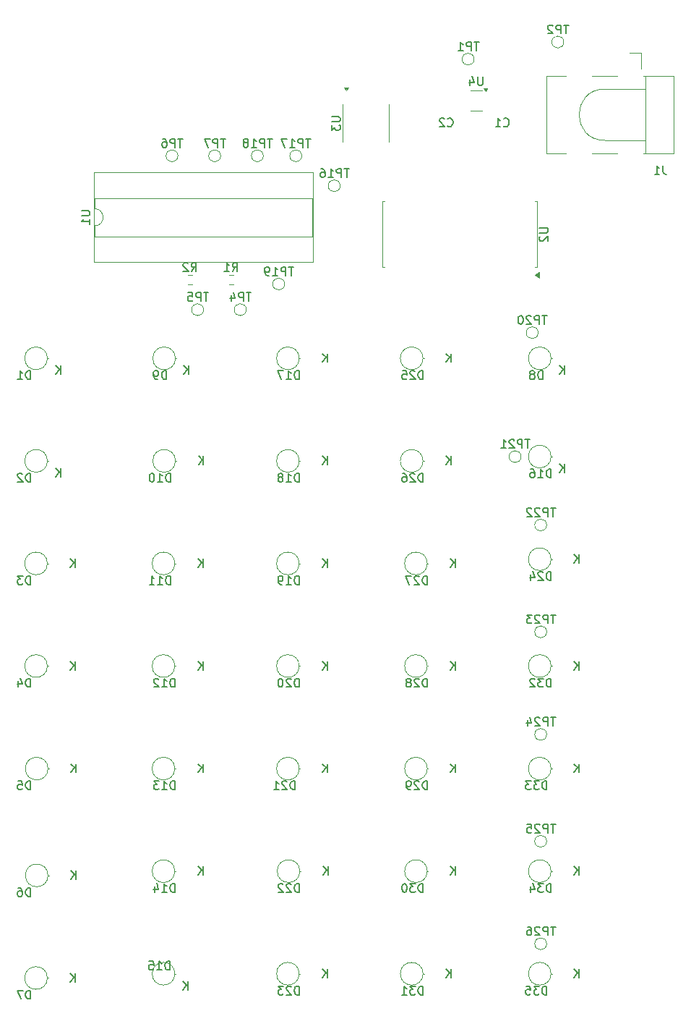
<source format=gbr>
%TF.GenerationSoftware,KiCad,Pcbnew,9.0.3*%
%TF.CreationDate,2025-09-20T21:36:46-05:00*%
%TF.ProjectId,RPNCalcProject,52504e43-616c-4635-9072-6f6a6563742e,rev?*%
%TF.SameCoordinates,Original*%
%TF.FileFunction,Legend,Bot*%
%TF.FilePolarity,Positive*%
%FSLAX46Y46*%
G04 Gerber Fmt 4.6, Leading zero omitted, Abs format (unit mm)*
G04 Created by KiCad (PCBNEW 9.0.3) date 2025-09-20 21:36:46*
%MOMM*%
%LPD*%
G01*
G04 APERTURE LIST*
%ADD10C,0.150000*%
%ADD11C,0.120000*%
G04 APERTURE END LIST*
D10*
X173048094Y-51816819D02*
X172476666Y-51816819D01*
X172762380Y-52816819D02*
X172762380Y-51816819D01*
X172143332Y-52816819D02*
X172143332Y-51816819D01*
X172143332Y-51816819D02*
X171762380Y-51816819D01*
X171762380Y-51816819D02*
X171667142Y-51864438D01*
X171667142Y-51864438D02*
X171619523Y-51912057D01*
X171619523Y-51912057D02*
X171571904Y-52007295D01*
X171571904Y-52007295D02*
X171571904Y-52150152D01*
X171571904Y-52150152D02*
X171619523Y-52245390D01*
X171619523Y-52245390D02*
X171667142Y-52293009D01*
X171667142Y-52293009D02*
X171762380Y-52340628D01*
X171762380Y-52340628D02*
X172143332Y-52340628D01*
X170619523Y-52816819D02*
X171190951Y-52816819D01*
X170905237Y-52816819D02*
X170905237Y-51816819D01*
X170905237Y-51816819D02*
X171000475Y-51959676D01*
X171000475Y-51959676D02*
X171095713Y-52054914D01*
X171095713Y-52054914D02*
X171190951Y-52102533D01*
X169762380Y-51816819D02*
X169952856Y-51816819D01*
X169952856Y-51816819D02*
X170048094Y-51864438D01*
X170048094Y-51864438D02*
X170095713Y-51912057D01*
X170095713Y-51912057D02*
X170190951Y-52054914D01*
X170190951Y-52054914D02*
X170238570Y-52245390D01*
X170238570Y-52245390D02*
X170238570Y-52626342D01*
X170238570Y-52626342D02*
X170190951Y-52721580D01*
X170190951Y-52721580D02*
X170143332Y-52769200D01*
X170143332Y-52769200D02*
X170048094Y-52816819D01*
X170048094Y-52816819D02*
X169857618Y-52816819D01*
X169857618Y-52816819D02*
X169762380Y-52769200D01*
X169762380Y-52769200D02*
X169714761Y-52721580D01*
X169714761Y-52721580D02*
X169667142Y-52626342D01*
X169667142Y-52626342D02*
X169667142Y-52388247D01*
X169667142Y-52388247D02*
X169714761Y-52293009D01*
X169714761Y-52293009D02*
X169762380Y-52245390D01*
X169762380Y-52245390D02*
X169857618Y-52197771D01*
X169857618Y-52197771D02*
X170048094Y-52197771D01*
X170048094Y-52197771D02*
X170143332Y-52245390D01*
X170143332Y-52245390D02*
X170190951Y-52293009D01*
X170190951Y-52293009D02*
X170238570Y-52388247D01*
X167214285Y-76454819D02*
X167214285Y-75454819D01*
X167214285Y-75454819D02*
X166976190Y-75454819D01*
X166976190Y-75454819D02*
X166833333Y-75502438D01*
X166833333Y-75502438D02*
X166738095Y-75597676D01*
X166738095Y-75597676D02*
X166690476Y-75692914D01*
X166690476Y-75692914D02*
X166642857Y-75883390D01*
X166642857Y-75883390D02*
X166642857Y-76026247D01*
X166642857Y-76026247D02*
X166690476Y-76216723D01*
X166690476Y-76216723D02*
X166738095Y-76311961D01*
X166738095Y-76311961D02*
X166833333Y-76407200D01*
X166833333Y-76407200D02*
X166976190Y-76454819D01*
X166976190Y-76454819D02*
X167214285Y-76454819D01*
X165690476Y-76454819D02*
X166261904Y-76454819D01*
X165976190Y-76454819D02*
X165976190Y-75454819D01*
X165976190Y-75454819D02*
X166071428Y-75597676D01*
X166071428Y-75597676D02*
X166166666Y-75692914D01*
X166166666Y-75692914D02*
X166261904Y-75740533D01*
X165357142Y-75454819D02*
X164690476Y-75454819D01*
X164690476Y-75454819D02*
X165119047Y-76454819D01*
X170487590Y-74454819D02*
X170487590Y-73454819D01*
X169916162Y-74454819D02*
X170344733Y-73883390D01*
X169916162Y-73454819D02*
X170487590Y-74026247D01*
X181714285Y-88454819D02*
X181714285Y-87454819D01*
X181714285Y-87454819D02*
X181476190Y-87454819D01*
X181476190Y-87454819D02*
X181333333Y-87502438D01*
X181333333Y-87502438D02*
X181238095Y-87597676D01*
X181238095Y-87597676D02*
X181190476Y-87692914D01*
X181190476Y-87692914D02*
X181142857Y-87883390D01*
X181142857Y-87883390D02*
X181142857Y-88026247D01*
X181142857Y-88026247D02*
X181190476Y-88216723D01*
X181190476Y-88216723D02*
X181238095Y-88311961D01*
X181238095Y-88311961D02*
X181333333Y-88407200D01*
X181333333Y-88407200D02*
X181476190Y-88454819D01*
X181476190Y-88454819D02*
X181714285Y-88454819D01*
X180761904Y-87550057D02*
X180714285Y-87502438D01*
X180714285Y-87502438D02*
X180619047Y-87454819D01*
X180619047Y-87454819D02*
X180380952Y-87454819D01*
X180380952Y-87454819D02*
X180285714Y-87502438D01*
X180285714Y-87502438D02*
X180238095Y-87550057D01*
X180238095Y-87550057D02*
X180190476Y-87645295D01*
X180190476Y-87645295D02*
X180190476Y-87740533D01*
X180190476Y-87740533D02*
X180238095Y-87883390D01*
X180238095Y-87883390D02*
X180809523Y-88454819D01*
X180809523Y-88454819D02*
X180190476Y-88454819D01*
X179333333Y-87454819D02*
X179523809Y-87454819D01*
X179523809Y-87454819D02*
X179619047Y-87502438D01*
X179619047Y-87502438D02*
X179666666Y-87550057D01*
X179666666Y-87550057D02*
X179761904Y-87692914D01*
X179761904Y-87692914D02*
X179809523Y-87883390D01*
X179809523Y-87883390D02*
X179809523Y-88264342D01*
X179809523Y-88264342D02*
X179761904Y-88359580D01*
X179761904Y-88359580D02*
X179714285Y-88407200D01*
X179714285Y-88407200D02*
X179619047Y-88454819D01*
X179619047Y-88454819D02*
X179428571Y-88454819D01*
X179428571Y-88454819D02*
X179333333Y-88407200D01*
X179333333Y-88407200D02*
X179285714Y-88359580D01*
X179285714Y-88359580D02*
X179238095Y-88264342D01*
X179238095Y-88264342D02*
X179238095Y-88026247D01*
X179238095Y-88026247D02*
X179285714Y-87931009D01*
X179285714Y-87931009D02*
X179333333Y-87883390D01*
X179333333Y-87883390D02*
X179428571Y-87835771D01*
X179428571Y-87835771D02*
X179619047Y-87835771D01*
X179619047Y-87835771D02*
X179714285Y-87883390D01*
X179714285Y-87883390D02*
X179761904Y-87931009D01*
X179761904Y-87931009D02*
X179809523Y-88026247D01*
X184987590Y-86454819D02*
X184987590Y-85454819D01*
X184416162Y-86454819D02*
X184844733Y-85883390D01*
X184416162Y-85454819D02*
X184987590Y-86026247D01*
X152139971Y-88454819D02*
X152139971Y-87454819D01*
X152139971Y-87454819D02*
X151901876Y-87454819D01*
X151901876Y-87454819D02*
X151759019Y-87502438D01*
X151759019Y-87502438D02*
X151663781Y-87597676D01*
X151663781Y-87597676D02*
X151616162Y-87692914D01*
X151616162Y-87692914D02*
X151568543Y-87883390D01*
X151568543Y-87883390D02*
X151568543Y-88026247D01*
X151568543Y-88026247D02*
X151616162Y-88216723D01*
X151616162Y-88216723D02*
X151663781Y-88311961D01*
X151663781Y-88311961D02*
X151759019Y-88407200D01*
X151759019Y-88407200D02*
X151901876Y-88454819D01*
X151901876Y-88454819D02*
X152139971Y-88454819D01*
X150616162Y-88454819D02*
X151187590Y-88454819D01*
X150901876Y-88454819D02*
X150901876Y-87454819D01*
X150901876Y-87454819D02*
X150997114Y-87597676D01*
X150997114Y-87597676D02*
X151092352Y-87692914D01*
X151092352Y-87692914D02*
X151187590Y-87740533D01*
X149997114Y-87454819D02*
X149901876Y-87454819D01*
X149901876Y-87454819D02*
X149806638Y-87502438D01*
X149806638Y-87502438D02*
X149759019Y-87550057D01*
X149759019Y-87550057D02*
X149711400Y-87645295D01*
X149711400Y-87645295D02*
X149663781Y-87835771D01*
X149663781Y-87835771D02*
X149663781Y-88073866D01*
X149663781Y-88073866D02*
X149711400Y-88264342D01*
X149711400Y-88264342D02*
X149759019Y-88359580D01*
X149759019Y-88359580D02*
X149806638Y-88407200D01*
X149806638Y-88407200D02*
X149901876Y-88454819D01*
X149901876Y-88454819D02*
X149997114Y-88454819D01*
X149997114Y-88454819D02*
X150092352Y-88407200D01*
X150092352Y-88407200D02*
X150139971Y-88359580D01*
X150139971Y-88359580D02*
X150187590Y-88264342D01*
X150187590Y-88264342D02*
X150235209Y-88073866D01*
X150235209Y-88073866D02*
X150235209Y-87835771D01*
X150235209Y-87835771D02*
X150187590Y-87645295D01*
X150187590Y-87645295D02*
X150139971Y-87550057D01*
X150139971Y-87550057D02*
X150092352Y-87502438D01*
X150092352Y-87502438D02*
X149997114Y-87454819D01*
X155987590Y-86454819D02*
X155987590Y-85454819D01*
X155416162Y-86454819D02*
X155844733Y-85883390D01*
X155416162Y-85454819D02*
X155987590Y-86026247D01*
X135738094Y-112454819D02*
X135738094Y-111454819D01*
X135738094Y-111454819D02*
X135499999Y-111454819D01*
X135499999Y-111454819D02*
X135357142Y-111502438D01*
X135357142Y-111502438D02*
X135261904Y-111597676D01*
X135261904Y-111597676D02*
X135214285Y-111692914D01*
X135214285Y-111692914D02*
X135166666Y-111883390D01*
X135166666Y-111883390D02*
X135166666Y-112026247D01*
X135166666Y-112026247D02*
X135214285Y-112216723D01*
X135214285Y-112216723D02*
X135261904Y-112311961D01*
X135261904Y-112311961D02*
X135357142Y-112407200D01*
X135357142Y-112407200D02*
X135499999Y-112454819D01*
X135499999Y-112454819D02*
X135738094Y-112454819D01*
X134309523Y-111788152D02*
X134309523Y-112454819D01*
X134547618Y-111407200D02*
X134785713Y-112121485D01*
X134785713Y-112121485D02*
X134166666Y-112121485D01*
X140987590Y-110454819D02*
X140987590Y-109454819D01*
X140416162Y-110454819D02*
X140844733Y-109883390D01*
X140416162Y-109454819D02*
X140987590Y-110026247D01*
X195738094Y-76454819D02*
X195738094Y-75454819D01*
X195738094Y-75454819D02*
X195499999Y-75454819D01*
X195499999Y-75454819D02*
X195357142Y-75502438D01*
X195357142Y-75502438D02*
X195261904Y-75597676D01*
X195261904Y-75597676D02*
X195214285Y-75692914D01*
X195214285Y-75692914D02*
X195166666Y-75883390D01*
X195166666Y-75883390D02*
X195166666Y-76026247D01*
X195166666Y-76026247D02*
X195214285Y-76216723D01*
X195214285Y-76216723D02*
X195261904Y-76311961D01*
X195261904Y-76311961D02*
X195357142Y-76407200D01*
X195357142Y-76407200D02*
X195499999Y-76454819D01*
X195499999Y-76454819D02*
X195738094Y-76454819D01*
X194595237Y-75883390D02*
X194690475Y-75835771D01*
X194690475Y-75835771D02*
X194738094Y-75788152D01*
X194738094Y-75788152D02*
X194785713Y-75692914D01*
X194785713Y-75692914D02*
X194785713Y-75645295D01*
X194785713Y-75645295D02*
X194738094Y-75550057D01*
X194738094Y-75550057D02*
X194690475Y-75502438D01*
X194690475Y-75502438D02*
X194595237Y-75454819D01*
X194595237Y-75454819D02*
X194404761Y-75454819D01*
X194404761Y-75454819D02*
X194309523Y-75502438D01*
X194309523Y-75502438D02*
X194261904Y-75550057D01*
X194261904Y-75550057D02*
X194214285Y-75645295D01*
X194214285Y-75645295D02*
X194214285Y-75692914D01*
X194214285Y-75692914D02*
X194261904Y-75788152D01*
X194261904Y-75788152D02*
X194309523Y-75835771D01*
X194309523Y-75835771D02*
X194404761Y-75883390D01*
X194404761Y-75883390D02*
X194595237Y-75883390D01*
X194595237Y-75883390D02*
X194690475Y-75931009D01*
X194690475Y-75931009D02*
X194738094Y-75978628D01*
X194738094Y-75978628D02*
X194785713Y-76073866D01*
X194785713Y-76073866D02*
X194785713Y-76264342D01*
X194785713Y-76264342D02*
X194738094Y-76359580D01*
X194738094Y-76359580D02*
X194690475Y-76407200D01*
X194690475Y-76407200D02*
X194595237Y-76454819D01*
X194595237Y-76454819D02*
X194404761Y-76454819D01*
X194404761Y-76454819D02*
X194309523Y-76407200D01*
X194309523Y-76407200D02*
X194261904Y-76359580D01*
X194261904Y-76359580D02*
X194214285Y-76264342D01*
X194214285Y-76264342D02*
X194214285Y-76073866D01*
X194214285Y-76073866D02*
X194261904Y-75978628D01*
X194261904Y-75978628D02*
X194309523Y-75931009D01*
X194309523Y-75931009D02*
X194404761Y-75883390D01*
X198257590Y-75875900D02*
X198257590Y-74875900D01*
X197686162Y-75875900D02*
X198114733Y-75304471D01*
X197686162Y-74875900D02*
X198257590Y-75447328D01*
X196238094Y-69006819D02*
X195666666Y-69006819D01*
X195952380Y-70006819D02*
X195952380Y-69006819D01*
X195333332Y-70006819D02*
X195333332Y-69006819D01*
X195333332Y-69006819D02*
X194952380Y-69006819D01*
X194952380Y-69006819D02*
X194857142Y-69054438D01*
X194857142Y-69054438D02*
X194809523Y-69102057D01*
X194809523Y-69102057D02*
X194761904Y-69197295D01*
X194761904Y-69197295D02*
X194761904Y-69340152D01*
X194761904Y-69340152D02*
X194809523Y-69435390D01*
X194809523Y-69435390D02*
X194857142Y-69483009D01*
X194857142Y-69483009D02*
X194952380Y-69530628D01*
X194952380Y-69530628D02*
X195333332Y-69530628D01*
X194380951Y-69102057D02*
X194333332Y-69054438D01*
X194333332Y-69054438D02*
X194238094Y-69006819D01*
X194238094Y-69006819D02*
X193999999Y-69006819D01*
X193999999Y-69006819D02*
X193904761Y-69054438D01*
X193904761Y-69054438D02*
X193857142Y-69102057D01*
X193857142Y-69102057D02*
X193809523Y-69197295D01*
X193809523Y-69197295D02*
X193809523Y-69292533D01*
X193809523Y-69292533D02*
X193857142Y-69435390D01*
X193857142Y-69435390D02*
X194428570Y-70006819D01*
X194428570Y-70006819D02*
X193809523Y-70006819D01*
X193190475Y-69006819D02*
X193095237Y-69006819D01*
X193095237Y-69006819D02*
X192999999Y-69054438D01*
X192999999Y-69054438D02*
X192952380Y-69102057D01*
X192952380Y-69102057D02*
X192904761Y-69197295D01*
X192904761Y-69197295D02*
X192857142Y-69387771D01*
X192857142Y-69387771D02*
X192857142Y-69625866D01*
X192857142Y-69625866D02*
X192904761Y-69816342D01*
X192904761Y-69816342D02*
X192952380Y-69911580D01*
X192952380Y-69911580D02*
X192999999Y-69959200D01*
X192999999Y-69959200D02*
X193095237Y-70006819D01*
X193095237Y-70006819D02*
X193190475Y-70006819D01*
X193190475Y-70006819D02*
X193285713Y-69959200D01*
X193285713Y-69959200D02*
X193333332Y-69911580D01*
X193333332Y-69911580D02*
X193380951Y-69816342D01*
X193380951Y-69816342D02*
X193428570Y-69625866D01*
X193428570Y-69625866D02*
X193428570Y-69387771D01*
X193428570Y-69387771D02*
X193380951Y-69197295D01*
X193380951Y-69197295D02*
X193333332Y-69102057D01*
X193333332Y-69102057D02*
X193285713Y-69054438D01*
X193285713Y-69054438D02*
X193190475Y-69006819D01*
X154564166Y-63834819D02*
X154897499Y-63358628D01*
X155135594Y-63834819D02*
X155135594Y-62834819D01*
X155135594Y-62834819D02*
X154754642Y-62834819D01*
X154754642Y-62834819D02*
X154659404Y-62882438D01*
X154659404Y-62882438D02*
X154611785Y-62930057D01*
X154611785Y-62930057D02*
X154564166Y-63025295D01*
X154564166Y-63025295D02*
X154564166Y-63168152D01*
X154564166Y-63168152D02*
X154611785Y-63263390D01*
X154611785Y-63263390D02*
X154659404Y-63311009D01*
X154659404Y-63311009D02*
X154754642Y-63358628D01*
X154754642Y-63358628D02*
X155135594Y-63358628D01*
X154183213Y-62930057D02*
X154135594Y-62882438D01*
X154135594Y-62882438D02*
X154040356Y-62834819D01*
X154040356Y-62834819D02*
X153802261Y-62834819D01*
X153802261Y-62834819D02*
X153707023Y-62882438D01*
X153707023Y-62882438D02*
X153659404Y-62930057D01*
X153659404Y-62930057D02*
X153611785Y-63025295D01*
X153611785Y-63025295D02*
X153611785Y-63120533D01*
X153611785Y-63120533D02*
X153659404Y-63263390D01*
X153659404Y-63263390D02*
X154230832Y-63834819D01*
X154230832Y-63834819D02*
X153611785Y-63834819D01*
X196214285Y-124454819D02*
X196214285Y-123454819D01*
X196214285Y-123454819D02*
X195976190Y-123454819D01*
X195976190Y-123454819D02*
X195833333Y-123502438D01*
X195833333Y-123502438D02*
X195738095Y-123597676D01*
X195738095Y-123597676D02*
X195690476Y-123692914D01*
X195690476Y-123692914D02*
X195642857Y-123883390D01*
X195642857Y-123883390D02*
X195642857Y-124026247D01*
X195642857Y-124026247D02*
X195690476Y-124216723D01*
X195690476Y-124216723D02*
X195738095Y-124311961D01*
X195738095Y-124311961D02*
X195833333Y-124407200D01*
X195833333Y-124407200D02*
X195976190Y-124454819D01*
X195976190Y-124454819D02*
X196214285Y-124454819D01*
X195309523Y-123454819D02*
X194690476Y-123454819D01*
X194690476Y-123454819D02*
X195023809Y-123835771D01*
X195023809Y-123835771D02*
X194880952Y-123835771D01*
X194880952Y-123835771D02*
X194785714Y-123883390D01*
X194785714Y-123883390D02*
X194738095Y-123931009D01*
X194738095Y-123931009D02*
X194690476Y-124026247D01*
X194690476Y-124026247D02*
X194690476Y-124264342D01*
X194690476Y-124264342D02*
X194738095Y-124359580D01*
X194738095Y-124359580D02*
X194785714Y-124407200D01*
X194785714Y-124407200D02*
X194880952Y-124454819D01*
X194880952Y-124454819D02*
X195166666Y-124454819D01*
X195166666Y-124454819D02*
X195261904Y-124407200D01*
X195261904Y-124407200D02*
X195309523Y-124359580D01*
X194357142Y-123454819D02*
X193738095Y-123454819D01*
X193738095Y-123454819D02*
X194071428Y-123835771D01*
X194071428Y-123835771D02*
X193928571Y-123835771D01*
X193928571Y-123835771D02*
X193833333Y-123883390D01*
X193833333Y-123883390D02*
X193785714Y-123931009D01*
X193785714Y-123931009D02*
X193738095Y-124026247D01*
X193738095Y-124026247D02*
X193738095Y-124264342D01*
X193738095Y-124264342D02*
X193785714Y-124359580D01*
X193785714Y-124359580D02*
X193833333Y-124407200D01*
X193833333Y-124407200D02*
X193928571Y-124454819D01*
X193928571Y-124454819D02*
X194214285Y-124454819D01*
X194214285Y-124454819D02*
X194309523Y-124407200D01*
X194309523Y-124407200D02*
X194357142Y-124359580D01*
X199987590Y-122454819D02*
X199987590Y-121454819D01*
X199416162Y-122454819D02*
X199844733Y-121883390D01*
X199416162Y-121454819D02*
X199987590Y-122026247D01*
X152639971Y-112454819D02*
X152639971Y-111454819D01*
X152639971Y-111454819D02*
X152401876Y-111454819D01*
X152401876Y-111454819D02*
X152259019Y-111502438D01*
X152259019Y-111502438D02*
X152163781Y-111597676D01*
X152163781Y-111597676D02*
X152116162Y-111692914D01*
X152116162Y-111692914D02*
X152068543Y-111883390D01*
X152068543Y-111883390D02*
X152068543Y-112026247D01*
X152068543Y-112026247D02*
X152116162Y-112216723D01*
X152116162Y-112216723D02*
X152163781Y-112311961D01*
X152163781Y-112311961D02*
X152259019Y-112407200D01*
X152259019Y-112407200D02*
X152401876Y-112454819D01*
X152401876Y-112454819D02*
X152639971Y-112454819D01*
X151116162Y-112454819D02*
X151687590Y-112454819D01*
X151401876Y-112454819D02*
X151401876Y-111454819D01*
X151401876Y-111454819D02*
X151497114Y-111597676D01*
X151497114Y-111597676D02*
X151592352Y-111692914D01*
X151592352Y-111692914D02*
X151687590Y-111740533D01*
X150735209Y-111550057D02*
X150687590Y-111502438D01*
X150687590Y-111502438D02*
X150592352Y-111454819D01*
X150592352Y-111454819D02*
X150354257Y-111454819D01*
X150354257Y-111454819D02*
X150259019Y-111502438D01*
X150259019Y-111502438D02*
X150211400Y-111550057D01*
X150211400Y-111550057D02*
X150163781Y-111645295D01*
X150163781Y-111645295D02*
X150163781Y-111740533D01*
X150163781Y-111740533D02*
X150211400Y-111883390D01*
X150211400Y-111883390D02*
X150782828Y-112454819D01*
X150782828Y-112454819D02*
X150163781Y-112454819D01*
X155913276Y-110454819D02*
X155913276Y-109454819D01*
X155341848Y-110454819D02*
X155770419Y-109883390D01*
X155341848Y-109454819D02*
X155913276Y-110026247D01*
X209833333Y-51454819D02*
X209833333Y-52169104D01*
X209833333Y-52169104D02*
X209880952Y-52311961D01*
X209880952Y-52311961D02*
X209976190Y-52407200D01*
X209976190Y-52407200D02*
X210119047Y-52454819D01*
X210119047Y-52454819D02*
X210214285Y-52454819D01*
X208833333Y-52454819D02*
X209404761Y-52454819D01*
X209119047Y-52454819D02*
X209119047Y-51454819D01*
X209119047Y-51454819D02*
X209214285Y-51597676D01*
X209214285Y-51597676D02*
X209309523Y-51692914D01*
X209309523Y-51692914D02*
X209404761Y-51740533D01*
X152639971Y-124454819D02*
X152639971Y-123454819D01*
X152639971Y-123454819D02*
X152401876Y-123454819D01*
X152401876Y-123454819D02*
X152259019Y-123502438D01*
X152259019Y-123502438D02*
X152163781Y-123597676D01*
X152163781Y-123597676D02*
X152116162Y-123692914D01*
X152116162Y-123692914D02*
X152068543Y-123883390D01*
X152068543Y-123883390D02*
X152068543Y-124026247D01*
X152068543Y-124026247D02*
X152116162Y-124216723D01*
X152116162Y-124216723D02*
X152163781Y-124311961D01*
X152163781Y-124311961D02*
X152259019Y-124407200D01*
X152259019Y-124407200D02*
X152401876Y-124454819D01*
X152401876Y-124454819D02*
X152639971Y-124454819D01*
X151116162Y-124454819D02*
X151687590Y-124454819D01*
X151401876Y-124454819D02*
X151401876Y-123454819D01*
X151401876Y-123454819D02*
X151497114Y-123597676D01*
X151497114Y-123597676D02*
X151592352Y-123692914D01*
X151592352Y-123692914D02*
X151687590Y-123740533D01*
X150782828Y-123454819D02*
X150163781Y-123454819D01*
X150163781Y-123454819D02*
X150497114Y-123835771D01*
X150497114Y-123835771D02*
X150354257Y-123835771D01*
X150354257Y-123835771D02*
X150259019Y-123883390D01*
X150259019Y-123883390D02*
X150211400Y-123931009D01*
X150211400Y-123931009D02*
X150163781Y-124026247D01*
X150163781Y-124026247D02*
X150163781Y-124264342D01*
X150163781Y-124264342D02*
X150211400Y-124359580D01*
X150211400Y-124359580D02*
X150259019Y-124407200D01*
X150259019Y-124407200D02*
X150354257Y-124454819D01*
X150354257Y-124454819D02*
X150639971Y-124454819D01*
X150639971Y-124454819D02*
X150735209Y-124407200D01*
X150735209Y-124407200D02*
X150782828Y-124359580D01*
X155913276Y-122454819D02*
X155913276Y-121454819D01*
X155341848Y-122454819D02*
X155770419Y-121883390D01*
X155341848Y-121454819D02*
X155913276Y-122026247D01*
X168548094Y-48316819D02*
X167976666Y-48316819D01*
X168262380Y-49316819D02*
X168262380Y-48316819D01*
X167643332Y-49316819D02*
X167643332Y-48316819D01*
X167643332Y-48316819D02*
X167262380Y-48316819D01*
X167262380Y-48316819D02*
X167167142Y-48364438D01*
X167167142Y-48364438D02*
X167119523Y-48412057D01*
X167119523Y-48412057D02*
X167071904Y-48507295D01*
X167071904Y-48507295D02*
X167071904Y-48650152D01*
X167071904Y-48650152D02*
X167119523Y-48745390D01*
X167119523Y-48745390D02*
X167167142Y-48793009D01*
X167167142Y-48793009D02*
X167262380Y-48840628D01*
X167262380Y-48840628D02*
X167643332Y-48840628D01*
X166119523Y-49316819D02*
X166690951Y-49316819D01*
X166405237Y-49316819D02*
X166405237Y-48316819D01*
X166405237Y-48316819D02*
X166500475Y-48459676D01*
X166500475Y-48459676D02*
X166595713Y-48554914D01*
X166595713Y-48554914D02*
X166690951Y-48602533D01*
X165786189Y-48316819D02*
X165119523Y-48316819D01*
X165119523Y-48316819D02*
X165548094Y-49316819D01*
X196214285Y-148454819D02*
X196214285Y-147454819D01*
X196214285Y-147454819D02*
X195976190Y-147454819D01*
X195976190Y-147454819D02*
X195833333Y-147502438D01*
X195833333Y-147502438D02*
X195738095Y-147597676D01*
X195738095Y-147597676D02*
X195690476Y-147692914D01*
X195690476Y-147692914D02*
X195642857Y-147883390D01*
X195642857Y-147883390D02*
X195642857Y-148026247D01*
X195642857Y-148026247D02*
X195690476Y-148216723D01*
X195690476Y-148216723D02*
X195738095Y-148311961D01*
X195738095Y-148311961D02*
X195833333Y-148407200D01*
X195833333Y-148407200D02*
X195976190Y-148454819D01*
X195976190Y-148454819D02*
X196214285Y-148454819D01*
X195309523Y-147454819D02*
X194690476Y-147454819D01*
X194690476Y-147454819D02*
X195023809Y-147835771D01*
X195023809Y-147835771D02*
X194880952Y-147835771D01*
X194880952Y-147835771D02*
X194785714Y-147883390D01*
X194785714Y-147883390D02*
X194738095Y-147931009D01*
X194738095Y-147931009D02*
X194690476Y-148026247D01*
X194690476Y-148026247D02*
X194690476Y-148264342D01*
X194690476Y-148264342D02*
X194738095Y-148359580D01*
X194738095Y-148359580D02*
X194785714Y-148407200D01*
X194785714Y-148407200D02*
X194880952Y-148454819D01*
X194880952Y-148454819D02*
X195166666Y-148454819D01*
X195166666Y-148454819D02*
X195261904Y-148407200D01*
X195261904Y-148407200D02*
X195309523Y-148359580D01*
X193785714Y-147454819D02*
X194261904Y-147454819D01*
X194261904Y-147454819D02*
X194309523Y-147931009D01*
X194309523Y-147931009D02*
X194261904Y-147883390D01*
X194261904Y-147883390D02*
X194166666Y-147835771D01*
X194166666Y-147835771D02*
X193928571Y-147835771D01*
X193928571Y-147835771D02*
X193833333Y-147883390D01*
X193833333Y-147883390D02*
X193785714Y-147931009D01*
X193785714Y-147931009D02*
X193738095Y-148026247D01*
X193738095Y-148026247D02*
X193738095Y-148264342D01*
X193738095Y-148264342D02*
X193785714Y-148359580D01*
X193785714Y-148359580D02*
X193833333Y-148407200D01*
X193833333Y-148407200D02*
X193928571Y-148454819D01*
X193928571Y-148454819D02*
X194166666Y-148454819D01*
X194166666Y-148454819D02*
X194261904Y-148407200D01*
X194261904Y-148407200D02*
X194309523Y-148359580D01*
X199987590Y-146454819D02*
X199987590Y-145454819D01*
X199416162Y-146454819D02*
X199844733Y-145883390D01*
X199416162Y-145454819D02*
X199987590Y-146026247D01*
X197238094Y-128506819D02*
X196666666Y-128506819D01*
X196952380Y-129506819D02*
X196952380Y-128506819D01*
X196333332Y-129506819D02*
X196333332Y-128506819D01*
X196333332Y-128506819D02*
X195952380Y-128506819D01*
X195952380Y-128506819D02*
X195857142Y-128554438D01*
X195857142Y-128554438D02*
X195809523Y-128602057D01*
X195809523Y-128602057D02*
X195761904Y-128697295D01*
X195761904Y-128697295D02*
X195761904Y-128840152D01*
X195761904Y-128840152D02*
X195809523Y-128935390D01*
X195809523Y-128935390D02*
X195857142Y-128983009D01*
X195857142Y-128983009D02*
X195952380Y-129030628D01*
X195952380Y-129030628D02*
X196333332Y-129030628D01*
X195380951Y-128602057D02*
X195333332Y-128554438D01*
X195333332Y-128554438D02*
X195238094Y-128506819D01*
X195238094Y-128506819D02*
X194999999Y-128506819D01*
X194999999Y-128506819D02*
X194904761Y-128554438D01*
X194904761Y-128554438D02*
X194857142Y-128602057D01*
X194857142Y-128602057D02*
X194809523Y-128697295D01*
X194809523Y-128697295D02*
X194809523Y-128792533D01*
X194809523Y-128792533D02*
X194857142Y-128935390D01*
X194857142Y-128935390D02*
X195428570Y-129506819D01*
X195428570Y-129506819D02*
X194809523Y-129506819D01*
X193904761Y-128506819D02*
X194380951Y-128506819D01*
X194380951Y-128506819D02*
X194428570Y-128983009D01*
X194428570Y-128983009D02*
X194380951Y-128935390D01*
X194380951Y-128935390D02*
X194285713Y-128887771D01*
X194285713Y-128887771D02*
X194047618Y-128887771D01*
X194047618Y-128887771D02*
X193952380Y-128935390D01*
X193952380Y-128935390D02*
X193904761Y-128983009D01*
X193904761Y-128983009D02*
X193857142Y-129078247D01*
X193857142Y-129078247D02*
X193857142Y-129316342D01*
X193857142Y-129316342D02*
X193904761Y-129411580D01*
X193904761Y-129411580D02*
X193952380Y-129459200D01*
X193952380Y-129459200D02*
X194047618Y-129506819D01*
X194047618Y-129506819D02*
X194285713Y-129506819D01*
X194285713Y-129506819D02*
X194380951Y-129459200D01*
X194380951Y-129459200D02*
X194428570Y-129411580D01*
X182214285Y-112454819D02*
X182214285Y-111454819D01*
X182214285Y-111454819D02*
X181976190Y-111454819D01*
X181976190Y-111454819D02*
X181833333Y-111502438D01*
X181833333Y-111502438D02*
X181738095Y-111597676D01*
X181738095Y-111597676D02*
X181690476Y-111692914D01*
X181690476Y-111692914D02*
X181642857Y-111883390D01*
X181642857Y-111883390D02*
X181642857Y-112026247D01*
X181642857Y-112026247D02*
X181690476Y-112216723D01*
X181690476Y-112216723D02*
X181738095Y-112311961D01*
X181738095Y-112311961D02*
X181833333Y-112407200D01*
X181833333Y-112407200D02*
X181976190Y-112454819D01*
X181976190Y-112454819D02*
X182214285Y-112454819D01*
X181261904Y-111550057D02*
X181214285Y-111502438D01*
X181214285Y-111502438D02*
X181119047Y-111454819D01*
X181119047Y-111454819D02*
X180880952Y-111454819D01*
X180880952Y-111454819D02*
X180785714Y-111502438D01*
X180785714Y-111502438D02*
X180738095Y-111550057D01*
X180738095Y-111550057D02*
X180690476Y-111645295D01*
X180690476Y-111645295D02*
X180690476Y-111740533D01*
X180690476Y-111740533D02*
X180738095Y-111883390D01*
X180738095Y-111883390D02*
X181309523Y-112454819D01*
X181309523Y-112454819D02*
X180690476Y-112454819D01*
X180119047Y-111883390D02*
X180214285Y-111835771D01*
X180214285Y-111835771D02*
X180261904Y-111788152D01*
X180261904Y-111788152D02*
X180309523Y-111692914D01*
X180309523Y-111692914D02*
X180309523Y-111645295D01*
X180309523Y-111645295D02*
X180261904Y-111550057D01*
X180261904Y-111550057D02*
X180214285Y-111502438D01*
X180214285Y-111502438D02*
X180119047Y-111454819D01*
X180119047Y-111454819D02*
X179928571Y-111454819D01*
X179928571Y-111454819D02*
X179833333Y-111502438D01*
X179833333Y-111502438D02*
X179785714Y-111550057D01*
X179785714Y-111550057D02*
X179738095Y-111645295D01*
X179738095Y-111645295D02*
X179738095Y-111692914D01*
X179738095Y-111692914D02*
X179785714Y-111788152D01*
X179785714Y-111788152D02*
X179833333Y-111835771D01*
X179833333Y-111835771D02*
X179928571Y-111883390D01*
X179928571Y-111883390D02*
X180119047Y-111883390D01*
X180119047Y-111883390D02*
X180214285Y-111931009D01*
X180214285Y-111931009D02*
X180261904Y-111978628D01*
X180261904Y-111978628D02*
X180309523Y-112073866D01*
X180309523Y-112073866D02*
X180309523Y-112264342D01*
X180309523Y-112264342D02*
X180261904Y-112359580D01*
X180261904Y-112359580D02*
X180214285Y-112407200D01*
X180214285Y-112407200D02*
X180119047Y-112454819D01*
X180119047Y-112454819D02*
X179928571Y-112454819D01*
X179928571Y-112454819D02*
X179833333Y-112407200D01*
X179833333Y-112407200D02*
X179785714Y-112359580D01*
X179785714Y-112359580D02*
X179738095Y-112264342D01*
X179738095Y-112264342D02*
X179738095Y-112073866D01*
X179738095Y-112073866D02*
X179785714Y-111978628D01*
X179785714Y-111978628D02*
X179833333Y-111931009D01*
X179833333Y-111931009D02*
X179928571Y-111883390D01*
X185487590Y-110454819D02*
X185487590Y-109454819D01*
X184916162Y-110454819D02*
X185344733Y-109883390D01*
X184916162Y-109454819D02*
X185487590Y-110026247D01*
X135738094Y-100454819D02*
X135738094Y-99454819D01*
X135738094Y-99454819D02*
X135499999Y-99454819D01*
X135499999Y-99454819D02*
X135357142Y-99502438D01*
X135357142Y-99502438D02*
X135261904Y-99597676D01*
X135261904Y-99597676D02*
X135214285Y-99692914D01*
X135214285Y-99692914D02*
X135166666Y-99883390D01*
X135166666Y-99883390D02*
X135166666Y-100026247D01*
X135166666Y-100026247D02*
X135214285Y-100216723D01*
X135214285Y-100216723D02*
X135261904Y-100311961D01*
X135261904Y-100311961D02*
X135357142Y-100407200D01*
X135357142Y-100407200D02*
X135499999Y-100454819D01*
X135499999Y-100454819D02*
X135738094Y-100454819D01*
X134833332Y-99454819D02*
X134214285Y-99454819D01*
X134214285Y-99454819D02*
X134547618Y-99835771D01*
X134547618Y-99835771D02*
X134404761Y-99835771D01*
X134404761Y-99835771D02*
X134309523Y-99883390D01*
X134309523Y-99883390D02*
X134261904Y-99931009D01*
X134261904Y-99931009D02*
X134214285Y-100026247D01*
X134214285Y-100026247D02*
X134214285Y-100264342D01*
X134214285Y-100264342D02*
X134261904Y-100359580D01*
X134261904Y-100359580D02*
X134309523Y-100407200D01*
X134309523Y-100407200D02*
X134404761Y-100454819D01*
X134404761Y-100454819D02*
X134690475Y-100454819D01*
X134690475Y-100454819D02*
X134785713Y-100407200D01*
X134785713Y-100407200D02*
X134833332Y-100359580D01*
X140987590Y-98454819D02*
X140987590Y-97454819D01*
X140416162Y-98454819D02*
X140844733Y-97883390D01*
X140416162Y-97454819D02*
X140987590Y-98026247D01*
X152065657Y-145549529D02*
X152065657Y-144549529D01*
X152065657Y-144549529D02*
X151827562Y-144549529D01*
X151827562Y-144549529D02*
X151684705Y-144597148D01*
X151684705Y-144597148D02*
X151589467Y-144692386D01*
X151589467Y-144692386D02*
X151541848Y-144787624D01*
X151541848Y-144787624D02*
X151494229Y-144978100D01*
X151494229Y-144978100D02*
X151494229Y-145120957D01*
X151494229Y-145120957D02*
X151541848Y-145311433D01*
X151541848Y-145311433D02*
X151589467Y-145406671D01*
X151589467Y-145406671D02*
X151684705Y-145501910D01*
X151684705Y-145501910D02*
X151827562Y-145549529D01*
X151827562Y-145549529D02*
X152065657Y-145549529D01*
X150541848Y-145549529D02*
X151113276Y-145549529D01*
X150827562Y-145549529D02*
X150827562Y-144549529D01*
X150827562Y-144549529D02*
X150922800Y-144692386D01*
X150922800Y-144692386D02*
X151018038Y-144787624D01*
X151018038Y-144787624D02*
X151113276Y-144835243D01*
X149637086Y-144549529D02*
X150113276Y-144549529D01*
X150113276Y-144549529D02*
X150160895Y-145025719D01*
X150160895Y-145025719D02*
X150113276Y-144978100D01*
X150113276Y-144978100D02*
X150018038Y-144930481D01*
X150018038Y-144930481D02*
X149779943Y-144930481D01*
X149779943Y-144930481D02*
X149684705Y-144978100D01*
X149684705Y-144978100D02*
X149637086Y-145025719D01*
X149637086Y-145025719D02*
X149589467Y-145120957D01*
X149589467Y-145120957D02*
X149589467Y-145359052D01*
X149589467Y-145359052D02*
X149637086Y-145454290D01*
X149637086Y-145454290D02*
X149684705Y-145501910D01*
X149684705Y-145501910D02*
X149779943Y-145549529D01*
X149779943Y-145549529D02*
X150018038Y-145549529D01*
X150018038Y-145549529D02*
X150113276Y-145501910D01*
X150113276Y-145501910D02*
X150160895Y-145454290D01*
X154183276Y-147875900D02*
X154183276Y-146875900D01*
X153611848Y-147875900D02*
X154040419Y-147304471D01*
X153611848Y-146875900D02*
X154183276Y-147447328D01*
X151663780Y-76454819D02*
X151663780Y-75454819D01*
X151663780Y-75454819D02*
X151425685Y-75454819D01*
X151425685Y-75454819D02*
X151282828Y-75502438D01*
X151282828Y-75502438D02*
X151187590Y-75597676D01*
X151187590Y-75597676D02*
X151139971Y-75692914D01*
X151139971Y-75692914D02*
X151092352Y-75883390D01*
X151092352Y-75883390D02*
X151092352Y-76026247D01*
X151092352Y-76026247D02*
X151139971Y-76216723D01*
X151139971Y-76216723D02*
X151187590Y-76311961D01*
X151187590Y-76311961D02*
X151282828Y-76407200D01*
X151282828Y-76407200D02*
X151425685Y-76454819D01*
X151425685Y-76454819D02*
X151663780Y-76454819D01*
X150616161Y-76454819D02*
X150425685Y-76454819D01*
X150425685Y-76454819D02*
X150330447Y-76407200D01*
X150330447Y-76407200D02*
X150282828Y-76359580D01*
X150282828Y-76359580D02*
X150187590Y-76216723D01*
X150187590Y-76216723D02*
X150139971Y-76026247D01*
X150139971Y-76026247D02*
X150139971Y-75645295D01*
X150139971Y-75645295D02*
X150187590Y-75550057D01*
X150187590Y-75550057D02*
X150235209Y-75502438D01*
X150235209Y-75502438D02*
X150330447Y-75454819D01*
X150330447Y-75454819D02*
X150520923Y-75454819D01*
X150520923Y-75454819D02*
X150616161Y-75502438D01*
X150616161Y-75502438D02*
X150663780Y-75550057D01*
X150663780Y-75550057D02*
X150711399Y-75645295D01*
X150711399Y-75645295D02*
X150711399Y-75883390D01*
X150711399Y-75883390D02*
X150663780Y-75978628D01*
X150663780Y-75978628D02*
X150616161Y-76026247D01*
X150616161Y-76026247D02*
X150520923Y-76073866D01*
X150520923Y-76073866D02*
X150330447Y-76073866D01*
X150330447Y-76073866D02*
X150235209Y-76026247D01*
X150235209Y-76026247D02*
X150187590Y-75978628D01*
X150187590Y-75978628D02*
X150139971Y-75883390D01*
X154257590Y-75875900D02*
X154257590Y-74875900D01*
X153686162Y-75875900D02*
X154114733Y-75304471D01*
X153686162Y-74875900D02*
X154257590Y-75447328D01*
X198761904Y-35006819D02*
X198190476Y-35006819D01*
X198476190Y-36006819D02*
X198476190Y-35006819D01*
X197857142Y-36006819D02*
X197857142Y-35006819D01*
X197857142Y-35006819D02*
X197476190Y-35006819D01*
X197476190Y-35006819D02*
X197380952Y-35054438D01*
X197380952Y-35054438D02*
X197333333Y-35102057D01*
X197333333Y-35102057D02*
X197285714Y-35197295D01*
X197285714Y-35197295D02*
X197285714Y-35340152D01*
X197285714Y-35340152D02*
X197333333Y-35435390D01*
X197333333Y-35435390D02*
X197380952Y-35483009D01*
X197380952Y-35483009D02*
X197476190Y-35530628D01*
X197476190Y-35530628D02*
X197857142Y-35530628D01*
X196904761Y-35102057D02*
X196857142Y-35054438D01*
X196857142Y-35054438D02*
X196761904Y-35006819D01*
X196761904Y-35006819D02*
X196523809Y-35006819D01*
X196523809Y-35006819D02*
X196428571Y-35054438D01*
X196428571Y-35054438D02*
X196380952Y-35102057D01*
X196380952Y-35102057D02*
X196333333Y-35197295D01*
X196333333Y-35197295D02*
X196333333Y-35292533D01*
X196333333Y-35292533D02*
X196380952Y-35435390D01*
X196380952Y-35435390D02*
X196952380Y-36006819D01*
X196952380Y-36006819D02*
X196333333Y-36006819D01*
X188711904Y-41054819D02*
X188711904Y-41864342D01*
X188711904Y-41864342D02*
X188664285Y-41959580D01*
X188664285Y-41959580D02*
X188616666Y-42007200D01*
X188616666Y-42007200D02*
X188521428Y-42054819D01*
X188521428Y-42054819D02*
X188330952Y-42054819D01*
X188330952Y-42054819D02*
X188235714Y-42007200D01*
X188235714Y-42007200D02*
X188188095Y-41959580D01*
X188188095Y-41959580D02*
X188140476Y-41864342D01*
X188140476Y-41864342D02*
X188140476Y-41054819D01*
X187235714Y-41388152D02*
X187235714Y-42054819D01*
X187473809Y-41007200D02*
X187711904Y-41721485D01*
X187711904Y-41721485D02*
X187092857Y-41721485D01*
X197238094Y-91506819D02*
X196666666Y-91506819D01*
X196952380Y-92506819D02*
X196952380Y-91506819D01*
X196333332Y-92506819D02*
X196333332Y-91506819D01*
X196333332Y-91506819D02*
X195952380Y-91506819D01*
X195952380Y-91506819D02*
X195857142Y-91554438D01*
X195857142Y-91554438D02*
X195809523Y-91602057D01*
X195809523Y-91602057D02*
X195761904Y-91697295D01*
X195761904Y-91697295D02*
X195761904Y-91840152D01*
X195761904Y-91840152D02*
X195809523Y-91935390D01*
X195809523Y-91935390D02*
X195857142Y-91983009D01*
X195857142Y-91983009D02*
X195952380Y-92030628D01*
X195952380Y-92030628D02*
X196333332Y-92030628D01*
X195380951Y-91602057D02*
X195333332Y-91554438D01*
X195333332Y-91554438D02*
X195238094Y-91506819D01*
X195238094Y-91506819D02*
X194999999Y-91506819D01*
X194999999Y-91506819D02*
X194904761Y-91554438D01*
X194904761Y-91554438D02*
X194857142Y-91602057D01*
X194857142Y-91602057D02*
X194809523Y-91697295D01*
X194809523Y-91697295D02*
X194809523Y-91792533D01*
X194809523Y-91792533D02*
X194857142Y-91935390D01*
X194857142Y-91935390D02*
X195428570Y-92506819D01*
X195428570Y-92506819D02*
X194809523Y-92506819D01*
X194428570Y-91602057D02*
X194380951Y-91554438D01*
X194380951Y-91554438D02*
X194285713Y-91506819D01*
X194285713Y-91506819D02*
X194047618Y-91506819D01*
X194047618Y-91506819D02*
X193952380Y-91554438D01*
X193952380Y-91554438D02*
X193904761Y-91602057D01*
X193904761Y-91602057D02*
X193857142Y-91697295D01*
X193857142Y-91697295D02*
X193857142Y-91792533D01*
X193857142Y-91792533D02*
X193904761Y-91935390D01*
X193904761Y-91935390D02*
X194476189Y-92506819D01*
X194476189Y-92506819D02*
X193857142Y-92506819D01*
X166714285Y-124454819D02*
X166714285Y-123454819D01*
X166714285Y-123454819D02*
X166476190Y-123454819D01*
X166476190Y-123454819D02*
X166333333Y-123502438D01*
X166333333Y-123502438D02*
X166238095Y-123597676D01*
X166238095Y-123597676D02*
X166190476Y-123692914D01*
X166190476Y-123692914D02*
X166142857Y-123883390D01*
X166142857Y-123883390D02*
X166142857Y-124026247D01*
X166142857Y-124026247D02*
X166190476Y-124216723D01*
X166190476Y-124216723D02*
X166238095Y-124311961D01*
X166238095Y-124311961D02*
X166333333Y-124407200D01*
X166333333Y-124407200D02*
X166476190Y-124454819D01*
X166476190Y-124454819D02*
X166714285Y-124454819D01*
X165761904Y-123550057D02*
X165714285Y-123502438D01*
X165714285Y-123502438D02*
X165619047Y-123454819D01*
X165619047Y-123454819D02*
X165380952Y-123454819D01*
X165380952Y-123454819D02*
X165285714Y-123502438D01*
X165285714Y-123502438D02*
X165238095Y-123550057D01*
X165238095Y-123550057D02*
X165190476Y-123645295D01*
X165190476Y-123645295D02*
X165190476Y-123740533D01*
X165190476Y-123740533D02*
X165238095Y-123883390D01*
X165238095Y-123883390D02*
X165809523Y-124454819D01*
X165809523Y-124454819D02*
X165190476Y-124454819D01*
X164238095Y-124454819D02*
X164809523Y-124454819D01*
X164523809Y-124454819D02*
X164523809Y-123454819D01*
X164523809Y-123454819D02*
X164619047Y-123597676D01*
X164619047Y-123597676D02*
X164714285Y-123692914D01*
X164714285Y-123692914D02*
X164809523Y-123740533D01*
X170487590Y-122454819D02*
X170487590Y-121454819D01*
X169916162Y-122454819D02*
X170344733Y-121883390D01*
X169916162Y-121454819D02*
X170487590Y-122026247D01*
X196714285Y-136454819D02*
X196714285Y-135454819D01*
X196714285Y-135454819D02*
X196476190Y-135454819D01*
X196476190Y-135454819D02*
X196333333Y-135502438D01*
X196333333Y-135502438D02*
X196238095Y-135597676D01*
X196238095Y-135597676D02*
X196190476Y-135692914D01*
X196190476Y-135692914D02*
X196142857Y-135883390D01*
X196142857Y-135883390D02*
X196142857Y-136026247D01*
X196142857Y-136026247D02*
X196190476Y-136216723D01*
X196190476Y-136216723D02*
X196238095Y-136311961D01*
X196238095Y-136311961D02*
X196333333Y-136407200D01*
X196333333Y-136407200D02*
X196476190Y-136454819D01*
X196476190Y-136454819D02*
X196714285Y-136454819D01*
X195809523Y-135454819D02*
X195190476Y-135454819D01*
X195190476Y-135454819D02*
X195523809Y-135835771D01*
X195523809Y-135835771D02*
X195380952Y-135835771D01*
X195380952Y-135835771D02*
X195285714Y-135883390D01*
X195285714Y-135883390D02*
X195238095Y-135931009D01*
X195238095Y-135931009D02*
X195190476Y-136026247D01*
X195190476Y-136026247D02*
X195190476Y-136264342D01*
X195190476Y-136264342D02*
X195238095Y-136359580D01*
X195238095Y-136359580D02*
X195285714Y-136407200D01*
X195285714Y-136407200D02*
X195380952Y-136454819D01*
X195380952Y-136454819D02*
X195666666Y-136454819D01*
X195666666Y-136454819D02*
X195761904Y-136407200D01*
X195761904Y-136407200D02*
X195809523Y-136359580D01*
X194333333Y-135788152D02*
X194333333Y-136454819D01*
X194571428Y-135407200D02*
X194809523Y-136121485D01*
X194809523Y-136121485D02*
X194190476Y-136121485D01*
X199987590Y-134454819D02*
X199987590Y-133454819D01*
X199416162Y-134454819D02*
X199844733Y-133883390D01*
X199416162Y-133454819D02*
X199987590Y-134026247D01*
X156571904Y-66316819D02*
X156000476Y-66316819D01*
X156286190Y-67316819D02*
X156286190Y-66316819D01*
X155667142Y-67316819D02*
X155667142Y-66316819D01*
X155667142Y-66316819D02*
X155286190Y-66316819D01*
X155286190Y-66316819D02*
X155190952Y-66364438D01*
X155190952Y-66364438D02*
X155143333Y-66412057D01*
X155143333Y-66412057D02*
X155095714Y-66507295D01*
X155095714Y-66507295D02*
X155095714Y-66650152D01*
X155095714Y-66650152D02*
X155143333Y-66745390D01*
X155143333Y-66745390D02*
X155190952Y-66793009D01*
X155190952Y-66793009D02*
X155286190Y-66840628D01*
X155286190Y-66840628D02*
X155667142Y-66840628D01*
X154190952Y-66316819D02*
X154667142Y-66316819D01*
X154667142Y-66316819D02*
X154714761Y-66793009D01*
X154714761Y-66793009D02*
X154667142Y-66745390D01*
X154667142Y-66745390D02*
X154571904Y-66697771D01*
X154571904Y-66697771D02*
X154333809Y-66697771D01*
X154333809Y-66697771D02*
X154238571Y-66745390D01*
X154238571Y-66745390D02*
X154190952Y-66793009D01*
X154190952Y-66793009D02*
X154143333Y-66888247D01*
X154143333Y-66888247D02*
X154143333Y-67126342D01*
X154143333Y-67126342D02*
X154190952Y-67221580D01*
X154190952Y-67221580D02*
X154238571Y-67269200D01*
X154238571Y-67269200D02*
X154333809Y-67316819D01*
X154333809Y-67316819D02*
X154571904Y-67316819D01*
X154571904Y-67316819D02*
X154667142Y-67269200D01*
X154667142Y-67269200D02*
X154714761Y-67221580D01*
X181714285Y-136454819D02*
X181714285Y-135454819D01*
X181714285Y-135454819D02*
X181476190Y-135454819D01*
X181476190Y-135454819D02*
X181333333Y-135502438D01*
X181333333Y-135502438D02*
X181238095Y-135597676D01*
X181238095Y-135597676D02*
X181190476Y-135692914D01*
X181190476Y-135692914D02*
X181142857Y-135883390D01*
X181142857Y-135883390D02*
X181142857Y-136026247D01*
X181142857Y-136026247D02*
X181190476Y-136216723D01*
X181190476Y-136216723D02*
X181238095Y-136311961D01*
X181238095Y-136311961D02*
X181333333Y-136407200D01*
X181333333Y-136407200D02*
X181476190Y-136454819D01*
X181476190Y-136454819D02*
X181714285Y-136454819D01*
X180809523Y-135454819D02*
X180190476Y-135454819D01*
X180190476Y-135454819D02*
X180523809Y-135835771D01*
X180523809Y-135835771D02*
X180380952Y-135835771D01*
X180380952Y-135835771D02*
X180285714Y-135883390D01*
X180285714Y-135883390D02*
X180238095Y-135931009D01*
X180238095Y-135931009D02*
X180190476Y-136026247D01*
X180190476Y-136026247D02*
X180190476Y-136264342D01*
X180190476Y-136264342D02*
X180238095Y-136359580D01*
X180238095Y-136359580D02*
X180285714Y-136407200D01*
X180285714Y-136407200D02*
X180380952Y-136454819D01*
X180380952Y-136454819D02*
X180666666Y-136454819D01*
X180666666Y-136454819D02*
X180761904Y-136407200D01*
X180761904Y-136407200D02*
X180809523Y-136359580D01*
X179571428Y-135454819D02*
X179476190Y-135454819D01*
X179476190Y-135454819D02*
X179380952Y-135502438D01*
X179380952Y-135502438D02*
X179333333Y-135550057D01*
X179333333Y-135550057D02*
X179285714Y-135645295D01*
X179285714Y-135645295D02*
X179238095Y-135835771D01*
X179238095Y-135835771D02*
X179238095Y-136073866D01*
X179238095Y-136073866D02*
X179285714Y-136264342D01*
X179285714Y-136264342D02*
X179333333Y-136359580D01*
X179333333Y-136359580D02*
X179380952Y-136407200D01*
X179380952Y-136407200D02*
X179476190Y-136454819D01*
X179476190Y-136454819D02*
X179571428Y-136454819D01*
X179571428Y-136454819D02*
X179666666Y-136407200D01*
X179666666Y-136407200D02*
X179714285Y-136359580D01*
X179714285Y-136359580D02*
X179761904Y-136264342D01*
X179761904Y-136264342D02*
X179809523Y-136073866D01*
X179809523Y-136073866D02*
X179809523Y-135835771D01*
X179809523Y-135835771D02*
X179761904Y-135645295D01*
X179761904Y-135645295D02*
X179714285Y-135550057D01*
X179714285Y-135550057D02*
X179666666Y-135502438D01*
X179666666Y-135502438D02*
X179571428Y-135454819D01*
X185487590Y-134454819D02*
X185487590Y-133454819D01*
X184916162Y-134454819D02*
X185344733Y-133883390D01*
X184916162Y-133454819D02*
X185487590Y-134026247D01*
X197238094Y-116006819D02*
X196666666Y-116006819D01*
X196952380Y-117006819D02*
X196952380Y-116006819D01*
X196333332Y-117006819D02*
X196333332Y-116006819D01*
X196333332Y-116006819D02*
X195952380Y-116006819D01*
X195952380Y-116006819D02*
X195857142Y-116054438D01*
X195857142Y-116054438D02*
X195809523Y-116102057D01*
X195809523Y-116102057D02*
X195761904Y-116197295D01*
X195761904Y-116197295D02*
X195761904Y-116340152D01*
X195761904Y-116340152D02*
X195809523Y-116435390D01*
X195809523Y-116435390D02*
X195857142Y-116483009D01*
X195857142Y-116483009D02*
X195952380Y-116530628D01*
X195952380Y-116530628D02*
X196333332Y-116530628D01*
X195380951Y-116102057D02*
X195333332Y-116054438D01*
X195333332Y-116054438D02*
X195238094Y-116006819D01*
X195238094Y-116006819D02*
X194999999Y-116006819D01*
X194999999Y-116006819D02*
X194904761Y-116054438D01*
X194904761Y-116054438D02*
X194857142Y-116102057D01*
X194857142Y-116102057D02*
X194809523Y-116197295D01*
X194809523Y-116197295D02*
X194809523Y-116292533D01*
X194809523Y-116292533D02*
X194857142Y-116435390D01*
X194857142Y-116435390D02*
X195428570Y-117006819D01*
X195428570Y-117006819D02*
X194809523Y-117006819D01*
X193952380Y-116340152D02*
X193952380Y-117006819D01*
X194190475Y-115959200D02*
X194428570Y-116673485D01*
X194428570Y-116673485D02*
X193809523Y-116673485D01*
X167214285Y-136454819D02*
X167214285Y-135454819D01*
X167214285Y-135454819D02*
X166976190Y-135454819D01*
X166976190Y-135454819D02*
X166833333Y-135502438D01*
X166833333Y-135502438D02*
X166738095Y-135597676D01*
X166738095Y-135597676D02*
X166690476Y-135692914D01*
X166690476Y-135692914D02*
X166642857Y-135883390D01*
X166642857Y-135883390D02*
X166642857Y-136026247D01*
X166642857Y-136026247D02*
X166690476Y-136216723D01*
X166690476Y-136216723D02*
X166738095Y-136311961D01*
X166738095Y-136311961D02*
X166833333Y-136407200D01*
X166833333Y-136407200D02*
X166976190Y-136454819D01*
X166976190Y-136454819D02*
X167214285Y-136454819D01*
X166261904Y-135550057D02*
X166214285Y-135502438D01*
X166214285Y-135502438D02*
X166119047Y-135454819D01*
X166119047Y-135454819D02*
X165880952Y-135454819D01*
X165880952Y-135454819D02*
X165785714Y-135502438D01*
X165785714Y-135502438D02*
X165738095Y-135550057D01*
X165738095Y-135550057D02*
X165690476Y-135645295D01*
X165690476Y-135645295D02*
X165690476Y-135740533D01*
X165690476Y-135740533D02*
X165738095Y-135883390D01*
X165738095Y-135883390D02*
X166309523Y-136454819D01*
X166309523Y-136454819D02*
X165690476Y-136454819D01*
X165309523Y-135550057D02*
X165261904Y-135502438D01*
X165261904Y-135502438D02*
X165166666Y-135454819D01*
X165166666Y-135454819D02*
X164928571Y-135454819D01*
X164928571Y-135454819D02*
X164833333Y-135502438D01*
X164833333Y-135502438D02*
X164785714Y-135550057D01*
X164785714Y-135550057D02*
X164738095Y-135645295D01*
X164738095Y-135645295D02*
X164738095Y-135740533D01*
X164738095Y-135740533D02*
X164785714Y-135883390D01*
X164785714Y-135883390D02*
X165357142Y-136454819D01*
X165357142Y-136454819D02*
X164738095Y-136454819D01*
X170561904Y-134454819D02*
X170561904Y-133454819D01*
X169990476Y-134454819D02*
X170419047Y-133883390D01*
X169990476Y-133454819D02*
X170561904Y-134026247D01*
X153571904Y-48316819D02*
X153000476Y-48316819D01*
X153286190Y-49316819D02*
X153286190Y-48316819D01*
X152667142Y-49316819D02*
X152667142Y-48316819D01*
X152667142Y-48316819D02*
X152286190Y-48316819D01*
X152286190Y-48316819D02*
X152190952Y-48364438D01*
X152190952Y-48364438D02*
X152143333Y-48412057D01*
X152143333Y-48412057D02*
X152095714Y-48507295D01*
X152095714Y-48507295D02*
X152095714Y-48650152D01*
X152095714Y-48650152D02*
X152143333Y-48745390D01*
X152143333Y-48745390D02*
X152190952Y-48793009D01*
X152190952Y-48793009D02*
X152286190Y-48840628D01*
X152286190Y-48840628D02*
X152667142Y-48840628D01*
X151238571Y-48316819D02*
X151429047Y-48316819D01*
X151429047Y-48316819D02*
X151524285Y-48364438D01*
X151524285Y-48364438D02*
X151571904Y-48412057D01*
X151571904Y-48412057D02*
X151667142Y-48554914D01*
X151667142Y-48554914D02*
X151714761Y-48745390D01*
X151714761Y-48745390D02*
X151714761Y-49126342D01*
X151714761Y-49126342D02*
X151667142Y-49221580D01*
X151667142Y-49221580D02*
X151619523Y-49269200D01*
X151619523Y-49269200D02*
X151524285Y-49316819D01*
X151524285Y-49316819D02*
X151333809Y-49316819D01*
X151333809Y-49316819D02*
X151238571Y-49269200D01*
X151238571Y-49269200D02*
X151190952Y-49221580D01*
X151190952Y-49221580D02*
X151143333Y-49126342D01*
X151143333Y-49126342D02*
X151143333Y-48888247D01*
X151143333Y-48888247D02*
X151190952Y-48793009D01*
X151190952Y-48793009D02*
X151238571Y-48745390D01*
X151238571Y-48745390D02*
X151333809Y-48697771D01*
X151333809Y-48697771D02*
X151524285Y-48697771D01*
X151524285Y-48697771D02*
X151619523Y-48745390D01*
X151619523Y-48745390D02*
X151667142Y-48793009D01*
X151667142Y-48793009D02*
X151714761Y-48888247D01*
X181714285Y-76454819D02*
X181714285Y-75454819D01*
X181714285Y-75454819D02*
X181476190Y-75454819D01*
X181476190Y-75454819D02*
X181333333Y-75502438D01*
X181333333Y-75502438D02*
X181238095Y-75597676D01*
X181238095Y-75597676D02*
X181190476Y-75692914D01*
X181190476Y-75692914D02*
X181142857Y-75883390D01*
X181142857Y-75883390D02*
X181142857Y-76026247D01*
X181142857Y-76026247D02*
X181190476Y-76216723D01*
X181190476Y-76216723D02*
X181238095Y-76311961D01*
X181238095Y-76311961D02*
X181333333Y-76407200D01*
X181333333Y-76407200D02*
X181476190Y-76454819D01*
X181476190Y-76454819D02*
X181714285Y-76454819D01*
X180761904Y-75550057D02*
X180714285Y-75502438D01*
X180714285Y-75502438D02*
X180619047Y-75454819D01*
X180619047Y-75454819D02*
X180380952Y-75454819D01*
X180380952Y-75454819D02*
X180285714Y-75502438D01*
X180285714Y-75502438D02*
X180238095Y-75550057D01*
X180238095Y-75550057D02*
X180190476Y-75645295D01*
X180190476Y-75645295D02*
X180190476Y-75740533D01*
X180190476Y-75740533D02*
X180238095Y-75883390D01*
X180238095Y-75883390D02*
X180809523Y-76454819D01*
X180809523Y-76454819D02*
X180190476Y-76454819D01*
X179285714Y-75454819D02*
X179761904Y-75454819D01*
X179761904Y-75454819D02*
X179809523Y-75931009D01*
X179809523Y-75931009D02*
X179761904Y-75883390D01*
X179761904Y-75883390D02*
X179666666Y-75835771D01*
X179666666Y-75835771D02*
X179428571Y-75835771D01*
X179428571Y-75835771D02*
X179333333Y-75883390D01*
X179333333Y-75883390D02*
X179285714Y-75931009D01*
X179285714Y-75931009D02*
X179238095Y-76026247D01*
X179238095Y-76026247D02*
X179238095Y-76264342D01*
X179238095Y-76264342D02*
X179285714Y-76359580D01*
X179285714Y-76359580D02*
X179333333Y-76407200D01*
X179333333Y-76407200D02*
X179428571Y-76454819D01*
X179428571Y-76454819D02*
X179666666Y-76454819D01*
X179666666Y-76454819D02*
X179761904Y-76407200D01*
X179761904Y-76407200D02*
X179809523Y-76359580D01*
X184987590Y-74454819D02*
X184987590Y-73454819D01*
X184416162Y-74454819D02*
X184844733Y-73883390D01*
X184416162Y-73454819D02*
X184987590Y-74026247D01*
X167214285Y-112454819D02*
X167214285Y-111454819D01*
X167214285Y-111454819D02*
X166976190Y-111454819D01*
X166976190Y-111454819D02*
X166833333Y-111502438D01*
X166833333Y-111502438D02*
X166738095Y-111597676D01*
X166738095Y-111597676D02*
X166690476Y-111692914D01*
X166690476Y-111692914D02*
X166642857Y-111883390D01*
X166642857Y-111883390D02*
X166642857Y-112026247D01*
X166642857Y-112026247D02*
X166690476Y-112216723D01*
X166690476Y-112216723D02*
X166738095Y-112311961D01*
X166738095Y-112311961D02*
X166833333Y-112407200D01*
X166833333Y-112407200D02*
X166976190Y-112454819D01*
X166976190Y-112454819D02*
X167214285Y-112454819D01*
X166261904Y-111550057D02*
X166214285Y-111502438D01*
X166214285Y-111502438D02*
X166119047Y-111454819D01*
X166119047Y-111454819D02*
X165880952Y-111454819D01*
X165880952Y-111454819D02*
X165785714Y-111502438D01*
X165785714Y-111502438D02*
X165738095Y-111550057D01*
X165738095Y-111550057D02*
X165690476Y-111645295D01*
X165690476Y-111645295D02*
X165690476Y-111740533D01*
X165690476Y-111740533D02*
X165738095Y-111883390D01*
X165738095Y-111883390D02*
X166309523Y-112454819D01*
X166309523Y-112454819D02*
X165690476Y-112454819D01*
X165071428Y-111454819D02*
X164976190Y-111454819D01*
X164976190Y-111454819D02*
X164880952Y-111502438D01*
X164880952Y-111502438D02*
X164833333Y-111550057D01*
X164833333Y-111550057D02*
X164785714Y-111645295D01*
X164785714Y-111645295D02*
X164738095Y-111835771D01*
X164738095Y-111835771D02*
X164738095Y-112073866D01*
X164738095Y-112073866D02*
X164785714Y-112264342D01*
X164785714Y-112264342D02*
X164833333Y-112359580D01*
X164833333Y-112359580D02*
X164880952Y-112407200D01*
X164880952Y-112407200D02*
X164976190Y-112454819D01*
X164976190Y-112454819D02*
X165071428Y-112454819D01*
X165071428Y-112454819D02*
X165166666Y-112407200D01*
X165166666Y-112407200D02*
X165214285Y-112359580D01*
X165214285Y-112359580D02*
X165261904Y-112264342D01*
X165261904Y-112264342D02*
X165309523Y-112073866D01*
X165309523Y-112073866D02*
X165309523Y-111835771D01*
X165309523Y-111835771D02*
X165261904Y-111645295D01*
X165261904Y-111645295D02*
X165214285Y-111550057D01*
X165214285Y-111550057D02*
X165166666Y-111502438D01*
X165166666Y-111502438D02*
X165071428Y-111454819D01*
X170487590Y-110454819D02*
X170487590Y-109454819D01*
X169916162Y-110454819D02*
X170344733Y-109883390D01*
X169916162Y-109454819D02*
X170487590Y-110026247D01*
X197238094Y-140506819D02*
X196666666Y-140506819D01*
X196952380Y-141506819D02*
X196952380Y-140506819D01*
X196333332Y-141506819D02*
X196333332Y-140506819D01*
X196333332Y-140506819D02*
X195952380Y-140506819D01*
X195952380Y-140506819D02*
X195857142Y-140554438D01*
X195857142Y-140554438D02*
X195809523Y-140602057D01*
X195809523Y-140602057D02*
X195761904Y-140697295D01*
X195761904Y-140697295D02*
X195761904Y-140840152D01*
X195761904Y-140840152D02*
X195809523Y-140935390D01*
X195809523Y-140935390D02*
X195857142Y-140983009D01*
X195857142Y-140983009D02*
X195952380Y-141030628D01*
X195952380Y-141030628D02*
X196333332Y-141030628D01*
X195380951Y-140602057D02*
X195333332Y-140554438D01*
X195333332Y-140554438D02*
X195238094Y-140506819D01*
X195238094Y-140506819D02*
X194999999Y-140506819D01*
X194999999Y-140506819D02*
X194904761Y-140554438D01*
X194904761Y-140554438D02*
X194857142Y-140602057D01*
X194857142Y-140602057D02*
X194809523Y-140697295D01*
X194809523Y-140697295D02*
X194809523Y-140792533D01*
X194809523Y-140792533D02*
X194857142Y-140935390D01*
X194857142Y-140935390D02*
X195428570Y-141506819D01*
X195428570Y-141506819D02*
X194809523Y-141506819D01*
X193952380Y-140506819D02*
X194142856Y-140506819D01*
X194142856Y-140506819D02*
X194238094Y-140554438D01*
X194238094Y-140554438D02*
X194285713Y-140602057D01*
X194285713Y-140602057D02*
X194380951Y-140744914D01*
X194380951Y-140744914D02*
X194428570Y-140935390D01*
X194428570Y-140935390D02*
X194428570Y-141316342D01*
X194428570Y-141316342D02*
X194380951Y-141411580D01*
X194380951Y-141411580D02*
X194333332Y-141459200D01*
X194333332Y-141459200D02*
X194238094Y-141506819D01*
X194238094Y-141506819D02*
X194047618Y-141506819D01*
X194047618Y-141506819D02*
X193952380Y-141459200D01*
X193952380Y-141459200D02*
X193904761Y-141411580D01*
X193904761Y-141411580D02*
X193857142Y-141316342D01*
X193857142Y-141316342D02*
X193857142Y-141078247D01*
X193857142Y-141078247D02*
X193904761Y-140983009D01*
X193904761Y-140983009D02*
X193952380Y-140935390D01*
X193952380Y-140935390D02*
X194047618Y-140887771D01*
X194047618Y-140887771D02*
X194238094Y-140887771D01*
X194238094Y-140887771D02*
X194333332Y-140935390D01*
X194333332Y-140935390D02*
X194380951Y-140983009D01*
X194380951Y-140983009D02*
X194428570Y-141078247D01*
X152639971Y-136454819D02*
X152639971Y-135454819D01*
X152639971Y-135454819D02*
X152401876Y-135454819D01*
X152401876Y-135454819D02*
X152259019Y-135502438D01*
X152259019Y-135502438D02*
X152163781Y-135597676D01*
X152163781Y-135597676D02*
X152116162Y-135692914D01*
X152116162Y-135692914D02*
X152068543Y-135883390D01*
X152068543Y-135883390D02*
X152068543Y-136026247D01*
X152068543Y-136026247D02*
X152116162Y-136216723D01*
X152116162Y-136216723D02*
X152163781Y-136311961D01*
X152163781Y-136311961D02*
X152259019Y-136407200D01*
X152259019Y-136407200D02*
X152401876Y-136454819D01*
X152401876Y-136454819D02*
X152639971Y-136454819D01*
X151116162Y-136454819D02*
X151687590Y-136454819D01*
X151401876Y-136454819D02*
X151401876Y-135454819D01*
X151401876Y-135454819D02*
X151497114Y-135597676D01*
X151497114Y-135597676D02*
X151592352Y-135692914D01*
X151592352Y-135692914D02*
X151687590Y-135740533D01*
X150259019Y-135788152D02*
X150259019Y-136454819D01*
X150497114Y-135407200D02*
X150735209Y-136121485D01*
X150735209Y-136121485D02*
X150116162Y-136121485D01*
X155913276Y-134454819D02*
X155913276Y-133454819D01*
X155341848Y-134454819D02*
X155770419Y-133883390D01*
X155341848Y-133454819D02*
X155913276Y-134026247D01*
X184599166Y-46809580D02*
X184646785Y-46857200D01*
X184646785Y-46857200D02*
X184789642Y-46904819D01*
X184789642Y-46904819D02*
X184884880Y-46904819D01*
X184884880Y-46904819D02*
X185027737Y-46857200D01*
X185027737Y-46857200D02*
X185122975Y-46761961D01*
X185122975Y-46761961D02*
X185170594Y-46666723D01*
X185170594Y-46666723D02*
X185218213Y-46476247D01*
X185218213Y-46476247D02*
X185218213Y-46333390D01*
X185218213Y-46333390D02*
X185170594Y-46142914D01*
X185170594Y-46142914D02*
X185122975Y-46047676D01*
X185122975Y-46047676D02*
X185027737Y-45952438D01*
X185027737Y-45952438D02*
X184884880Y-45904819D01*
X184884880Y-45904819D02*
X184789642Y-45904819D01*
X184789642Y-45904819D02*
X184646785Y-45952438D01*
X184646785Y-45952438D02*
X184599166Y-46000057D01*
X184218213Y-46000057D02*
X184170594Y-45952438D01*
X184170594Y-45952438D02*
X184075356Y-45904819D01*
X184075356Y-45904819D02*
X183837261Y-45904819D01*
X183837261Y-45904819D02*
X183742023Y-45952438D01*
X183742023Y-45952438D02*
X183694404Y-46000057D01*
X183694404Y-46000057D02*
X183646785Y-46095295D01*
X183646785Y-46095295D02*
X183646785Y-46190533D01*
X183646785Y-46190533D02*
X183694404Y-46333390D01*
X183694404Y-46333390D02*
X184265832Y-46904819D01*
X184265832Y-46904819D02*
X183646785Y-46904819D01*
X135738094Y-136954819D02*
X135738094Y-135954819D01*
X135738094Y-135954819D02*
X135499999Y-135954819D01*
X135499999Y-135954819D02*
X135357142Y-136002438D01*
X135357142Y-136002438D02*
X135261904Y-136097676D01*
X135261904Y-136097676D02*
X135214285Y-136192914D01*
X135214285Y-136192914D02*
X135166666Y-136383390D01*
X135166666Y-136383390D02*
X135166666Y-136526247D01*
X135166666Y-136526247D02*
X135214285Y-136716723D01*
X135214285Y-136716723D02*
X135261904Y-136811961D01*
X135261904Y-136811961D02*
X135357142Y-136907200D01*
X135357142Y-136907200D02*
X135499999Y-136954819D01*
X135499999Y-136954819D02*
X135738094Y-136954819D01*
X134309523Y-135954819D02*
X134499999Y-135954819D01*
X134499999Y-135954819D02*
X134595237Y-136002438D01*
X134595237Y-136002438D02*
X134642856Y-136050057D01*
X134642856Y-136050057D02*
X134738094Y-136192914D01*
X134738094Y-136192914D02*
X134785713Y-136383390D01*
X134785713Y-136383390D02*
X134785713Y-136764342D01*
X134785713Y-136764342D02*
X134738094Y-136859580D01*
X134738094Y-136859580D02*
X134690475Y-136907200D01*
X134690475Y-136907200D02*
X134595237Y-136954819D01*
X134595237Y-136954819D02*
X134404761Y-136954819D01*
X134404761Y-136954819D02*
X134309523Y-136907200D01*
X134309523Y-136907200D02*
X134261904Y-136859580D01*
X134261904Y-136859580D02*
X134214285Y-136764342D01*
X134214285Y-136764342D02*
X134214285Y-136526247D01*
X134214285Y-136526247D02*
X134261904Y-136431009D01*
X134261904Y-136431009D02*
X134309523Y-136383390D01*
X134309523Y-136383390D02*
X134404761Y-136335771D01*
X134404761Y-136335771D02*
X134595237Y-136335771D01*
X134595237Y-136335771D02*
X134690475Y-136383390D01*
X134690475Y-136383390D02*
X134738094Y-136431009D01*
X134738094Y-136431009D02*
X134785713Y-136526247D01*
X141061904Y-134954819D02*
X141061904Y-133954819D01*
X140490476Y-134954819D02*
X140919047Y-134383390D01*
X140490476Y-133954819D02*
X141061904Y-134526247D01*
X188261904Y-37006819D02*
X187690476Y-37006819D01*
X187976190Y-38006819D02*
X187976190Y-37006819D01*
X187357142Y-38006819D02*
X187357142Y-37006819D01*
X187357142Y-37006819D02*
X186976190Y-37006819D01*
X186976190Y-37006819D02*
X186880952Y-37054438D01*
X186880952Y-37054438D02*
X186833333Y-37102057D01*
X186833333Y-37102057D02*
X186785714Y-37197295D01*
X186785714Y-37197295D02*
X186785714Y-37340152D01*
X186785714Y-37340152D02*
X186833333Y-37435390D01*
X186833333Y-37435390D02*
X186880952Y-37483009D01*
X186880952Y-37483009D02*
X186976190Y-37530628D01*
X186976190Y-37530628D02*
X187357142Y-37530628D01*
X185833333Y-38006819D02*
X186404761Y-38006819D01*
X186119047Y-38006819D02*
X186119047Y-37006819D01*
X186119047Y-37006819D02*
X186214285Y-37149676D01*
X186214285Y-37149676D02*
X186309523Y-37244914D01*
X186309523Y-37244914D02*
X186404761Y-37292533D01*
X159389166Y-63834819D02*
X159722499Y-63358628D01*
X159960594Y-63834819D02*
X159960594Y-62834819D01*
X159960594Y-62834819D02*
X159579642Y-62834819D01*
X159579642Y-62834819D02*
X159484404Y-62882438D01*
X159484404Y-62882438D02*
X159436785Y-62930057D01*
X159436785Y-62930057D02*
X159389166Y-63025295D01*
X159389166Y-63025295D02*
X159389166Y-63168152D01*
X159389166Y-63168152D02*
X159436785Y-63263390D01*
X159436785Y-63263390D02*
X159484404Y-63311009D01*
X159484404Y-63311009D02*
X159579642Y-63358628D01*
X159579642Y-63358628D02*
X159960594Y-63358628D01*
X158436785Y-63834819D02*
X159008213Y-63834819D01*
X158722499Y-63834819D02*
X158722499Y-62834819D01*
X158722499Y-62834819D02*
X158817737Y-62977676D01*
X158817737Y-62977676D02*
X158912975Y-63072914D01*
X158912975Y-63072914D02*
X159008213Y-63120533D01*
X158571904Y-48316819D02*
X158000476Y-48316819D01*
X158286190Y-49316819D02*
X158286190Y-48316819D01*
X157667142Y-49316819D02*
X157667142Y-48316819D01*
X157667142Y-48316819D02*
X157286190Y-48316819D01*
X157286190Y-48316819D02*
X157190952Y-48364438D01*
X157190952Y-48364438D02*
X157143333Y-48412057D01*
X157143333Y-48412057D02*
X157095714Y-48507295D01*
X157095714Y-48507295D02*
X157095714Y-48650152D01*
X157095714Y-48650152D02*
X157143333Y-48745390D01*
X157143333Y-48745390D02*
X157190952Y-48793009D01*
X157190952Y-48793009D02*
X157286190Y-48840628D01*
X157286190Y-48840628D02*
X157667142Y-48840628D01*
X156762380Y-48316819D02*
X156095714Y-48316819D01*
X156095714Y-48316819D02*
X156524285Y-49316819D01*
X196714285Y-112454819D02*
X196714285Y-111454819D01*
X196714285Y-111454819D02*
X196476190Y-111454819D01*
X196476190Y-111454819D02*
X196333333Y-111502438D01*
X196333333Y-111502438D02*
X196238095Y-111597676D01*
X196238095Y-111597676D02*
X196190476Y-111692914D01*
X196190476Y-111692914D02*
X196142857Y-111883390D01*
X196142857Y-111883390D02*
X196142857Y-112026247D01*
X196142857Y-112026247D02*
X196190476Y-112216723D01*
X196190476Y-112216723D02*
X196238095Y-112311961D01*
X196238095Y-112311961D02*
X196333333Y-112407200D01*
X196333333Y-112407200D02*
X196476190Y-112454819D01*
X196476190Y-112454819D02*
X196714285Y-112454819D01*
X195809523Y-111454819D02*
X195190476Y-111454819D01*
X195190476Y-111454819D02*
X195523809Y-111835771D01*
X195523809Y-111835771D02*
X195380952Y-111835771D01*
X195380952Y-111835771D02*
X195285714Y-111883390D01*
X195285714Y-111883390D02*
X195238095Y-111931009D01*
X195238095Y-111931009D02*
X195190476Y-112026247D01*
X195190476Y-112026247D02*
X195190476Y-112264342D01*
X195190476Y-112264342D02*
X195238095Y-112359580D01*
X195238095Y-112359580D02*
X195285714Y-112407200D01*
X195285714Y-112407200D02*
X195380952Y-112454819D01*
X195380952Y-112454819D02*
X195666666Y-112454819D01*
X195666666Y-112454819D02*
X195761904Y-112407200D01*
X195761904Y-112407200D02*
X195809523Y-112359580D01*
X194809523Y-111550057D02*
X194761904Y-111502438D01*
X194761904Y-111502438D02*
X194666666Y-111454819D01*
X194666666Y-111454819D02*
X194428571Y-111454819D01*
X194428571Y-111454819D02*
X194333333Y-111502438D01*
X194333333Y-111502438D02*
X194285714Y-111550057D01*
X194285714Y-111550057D02*
X194238095Y-111645295D01*
X194238095Y-111645295D02*
X194238095Y-111740533D01*
X194238095Y-111740533D02*
X194285714Y-111883390D01*
X194285714Y-111883390D02*
X194857142Y-112454819D01*
X194857142Y-112454819D02*
X194238095Y-112454819D01*
X199987590Y-110454819D02*
X199987590Y-109454819D01*
X199416162Y-110454819D02*
X199844733Y-109883390D01*
X199416162Y-109454819D02*
X199987590Y-110026247D01*
X164048094Y-48316819D02*
X163476666Y-48316819D01*
X163762380Y-49316819D02*
X163762380Y-48316819D01*
X163143332Y-49316819D02*
X163143332Y-48316819D01*
X163143332Y-48316819D02*
X162762380Y-48316819D01*
X162762380Y-48316819D02*
X162667142Y-48364438D01*
X162667142Y-48364438D02*
X162619523Y-48412057D01*
X162619523Y-48412057D02*
X162571904Y-48507295D01*
X162571904Y-48507295D02*
X162571904Y-48650152D01*
X162571904Y-48650152D02*
X162619523Y-48745390D01*
X162619523Y-48745390D02*
X162667142Y-48793009D01*
X162667142Y-48793009D02*
X162762380Y-48840628D01*
X162762380Y-48840628D02*
X163143332Y-48840628D01*
X161619523Y-49316819D02*
X162190951Y-49316819D01*
X161905237Y-49316819D02*
X161905237Y-48316819D01*
X161905237Y-48316819D02*
X162000475Y-48459676D01*
X162000475Y-48459676D02*
X162095713Y-48554914D01*
X162095713Y-48554914D02*
X162190951Y-48602533D01*
X161048094Y-48745390D02*
X161143332Y-48697771D01*
X161143332Y-48697771D02*
X161190951Y-48650152D01*
X161190951Y-48650152D02*
X161238570Y-48554914D01*
X161238570Y-48554914D02*
X161238570Y-48507295D01*
X161238570Y-48507295D02*
X161190951Y-48412057D01*
X161190951Y-48412057D02*
X161143332Y-48364438D01*
X161143332Y-48364438D02*
X161048094Y-48316819D01*
X161048094Y-48316819D02*
X160857618Y-48316819D01*
X160857618Y-48316819D02*
X160762380Y-48364438D01*
X160762380Y-48364438D02*
X160714761Y-48412057D01*
X160714761Y-48412057D02*
X160667142Y-48507295D01*
X160667142Y-48507295D02*
X160667142Y-48554914D01*
X160667142Y-48554914D02*
X160714761Y-48650152D01*
X160714761Y-48650152D02*
X160762380Y-48697771D01*
X160762380Y-48697771D02*
X160857618Y-48745390D01*
X160857618Y-48745390D02*
X161048094Y-48745390D01*
X161048094Y-48745390D02*
X161143332Y-48793009D01*
X161143332Y-48793009D02*
X161190951Y-48840628D01*
X161190951Y-48840628D02*
X161238570Y-48935866D01*
X161238570Y-48935866D02*
X161238570Y-49126342D01*
X161238570Y-49126342D02*
X161190951Y-49221580D01*
X161190951Y-49221580D02*
X161143332Y-49269200D01*
X161143332Y-49269200D02*
X161048094Y-49316819D01*
X161048094Y-49316819D02*
X160857618Y-49316819D01*
X160857618Y-49316819D02*
X160762380Y-49269200D01*
X160762380Y-49269200D02*
X160714761Y-49221580D01*
X160714761Y-49221580D02*
X160667142Y-49126342D01*
X160667142Y-49126342D02*
X160667142Y-48935866D01*
X160667142Y-48935866D02*
X160714761Y-48840628D01*
X160714761Y-48840628D02*
X160762380Y-48793009D01*
X160762380Y-48793009D02*
X160857618Y-48745390D01*
X195354819Y-58738095D02*
X196164342Y-58738095D01*
X196164342Y-58738095D02*
X196259580Y-58785714D01*
X196259580Y-58785714D02*
X196307200Y-58833333D01*
X196307200Y-58833333D02*
X196354819Y-58928571D01*
X196354819Y-58928571D02*
X196354819Y-59119047D01*
X196354819Y-59119047D02*
X196307200Y-59214285D01*
X196307200Y-59214285D02*
X196259580Y-59261904D01*
X196259580Y-59261904D02*
X196164342Y-59309523D01*
X196164342Y-59309523D02*
X195354819Y-59309523D01*
X195450057Y-59738095D02*
X195402438Y-59785714D01*
X195402438Y-59785714D02*
X195354819Y-59880952D01*
X195354819Y-59880952D02*
X195354819Y-60119047D01*
X195354819Y-60119047D02*
X195402438Y-60214285D01*
X195402438Y-60214285D02*
X195450057Y-60261904D01*
X195450057Y-60261904D02*
X195545295Y-60309523D01*
X195545295Y-60309523D02*
X195640533Y-60309523D01*
X195640533Y-60309523D02*
X195783390Y-60261904D01*
X195783390Y-60261904D02*
X196354819Y-59690476D01*
X196354819Y-59690476D02*
X196354819Y-60309523D01*
X135738094Y-88454819D02*
X135738094Y-87454819D01*
X135738094Y-87454819D02*
X135499999Y-87454819D01*
X135499999Y-87454819D02*
X135357142Y-87502438D01*
X135357142Y-87502438D02*
X135261904Y-87597676D01*
X135261904Y-87597676D02*
X135214285Y-87692914D01*
X135214285Y-87692914D02*
X135166666Y-87883390D01*
X135166666Y-87883390D02*
X135166666Y-88026247D01*
X135166666Y-88026247D02*
X135214285Y-88216723D01*
X135214285Y-88216723D02*
X135261904Y-88311961D01*
X135261904Y-88311961D02*
X135357142Y-88407200D01*
X135357142Y-88407200D02*
X135499999Y-88454819D01*
X135499999Y-88454819D02*
X135738094Y-88454819D01*
X134785713Y-87550057D02*
X134738094Y-87502438D01*
X134738094Y-87502438D02*
X134642856Y-87454819D01*
X134642856Y-87454819D02*
X134404761Y-87454819D01*
X134404761Y-87454819D02*
X134309523Y-87502438D01*
X134309523Y-87502438D02*
X134261904Y-87550057D01*
X134261904Y-87550057D02*
X134214285Y-87645295D01*
X134214285Y-87645295D02*
X134214285Y-87740533D01*
X134214285Y-87740533D02*
X134261904Y-87883390D01*
X134261904Y-87883390D02*
X134833332Y-88454819D01*
X134833332Y-88454819D02*
X134214285Y-88454819D01*
X139257590Y-87875900D02*
X139257590Y-86875900D01*
X138686162Y-87875900D02*
X139114733Y-87304471D01*
X138686162Y-86875900D02*
X139257590Y-87447328D01*
X191166666Y-46809580D02*
X191214285Y-46857200D01*
X191214285Y-46857200D02*
X191357142Y-46904819D01*
X191357142Y-46904819D02*
X191452380Y-46904819D01*
X191452380Y-46904819D02*
X191595237Y-46857200D01*
X191595237Y-46857200D02*
X191690475Y-46761961D01*
X191690475Y-46761961D02*
X191738094Y-46666723D01*
X191738094Y-46666723D02*
X191785713Y-46476247D01*
X191785713Y-46476247D02*
X191785713Y-46333390D01*
X191785713Y-46333390D02*
X191738094Y-46142914D01*
X191738094Y-46142914D02*
X191690475Y-46047676D01*
X191690475Y-46047676D02*
X191595237Y-45952438D01*
X191595237Y-45952438D02*
X191452380Y-45904819D01*
X191452380Y-45904819D02*
X191357142Y-45904819D01*
X191357142Y-45904819D02*
X191214285Y-45952438D01*
X191214285Y-45952438D02*
X191166666Y-46000057D01*
X190214285Y-46904819D02*
X190785713Y-46904819D01*
X190499999Y-46904819D02*
X190499999Y-45904819D01*
X190499999Y-45904819D02*
X190595237Y-46047676D01*
X190595237Y-46047676D02*
X190690475Y-46142914D01*
X190690475Y-46142914D02*
X190785713Y-46190533D01*
X181714285Y-148454819D02*
X181714285Y-147454819D01*
X181714285Y-147454819D02*
X181476190Y-147454819D01*
X181476190Y-147454819D02*
X181333333Y-147502438D01*
X181333333Y-147502438D02*
X181238095Y-147597676D01*
X181238095Y-147597676D02*
X181190476Y-147692914D01*
X181190476Y-147692914D02*
X181142857Y-147883390D01*
X181142857Y-147883390D02*
X181142857Y-148026247D01*
X181142857Y-148026247D02*
X181190476Y-148216723D01*
X181190476Y-148216723D02*
X181238095Y-148311961D01*
X181238095Y-148311961D02*
X181333333Y-148407200D01*
X181333333Y-148407200D02*
X181476190Y-148454819D01*
X181476190Y-148454819D02*
X181714285Y-148454819D01*
X180809523Y-147454819D02*
X180190476Y-147454819D01*
X180190476Y-147454819D02*
X180523809Y-147835771D01*
X180523809Y-147835771D02*
X180380952Y-147835771D01*
X180380952Y-147835771D02*
X180285714Y-147883390D01*
X180285714Y-147883390D02*
X180238095Y-147931009D01*
X180238095Y-147931009D02*
X180190476Y-148026247D01*
X180190476Y-148026247D02*
X180190476Y-148264342D01*
X180190476Y-148264342D02*
X180238095Y-148359580D01*
X180238095Y-148359580D02*
X180285714Y-148407200D01*
X180285714Y-148407200D02*
X180380952Y-148454819D01*
X180380952Y-148454819D02*
X180666666Y-148454819D01*
X180666666Y-148454819D02*
X180761904Y-148407200D01*
X180761904Y-148407200D02*
X180809523Y-148359580D01*
X179238095Y-148454819D02*
X179809523Y-148454819D01*
X179523809Y-148454819D02*
X179523809Y-147454819D01*
X179523809Y-147454819D02*
X179619047Y-147597676D01*
X179619047Y-147597676D02*
X179714285Y-147692914D01*
X179714285Y-147692914D02*
X179809523Y-147740533D01*
X184987590Y-146454819D02*
X184987590Y-145454819D01*
X184416162Y-146454819D02*
X184844733Y-145883390D01*
X184416162Y-145454819D02*
X184987590Y-146026247D01*
X171004819Y-45738095D02*
X171814342Y-45738095D01*
X171814342Y-45738095D02*
X171909580Y-45785714D01*
X171909580Y-45785714D02*
X171957200Y-45833333D01*
X171957200Y-45833333D02*
X172004819Y-45928571D01*
X172004819Y-45928571D02*
X172004819Y-46119047D01*
X172004819Y-46119047D02*
X171957200Y-46214285D01*
X171957200Y-46214285D02*
X171909580Y-46261904D01*
X171909580Y-46261904D02*
X171814342Y-46309523D01*
X171814342Y-46309523D02*
X171004819Y-46309523D01*
X171004819Y-46690476D02*
X171004819Y-47309523D01*
X171004819Y-47309523D02*
X171385771Y-46976190D01*
X171385771Y-46976190D02*
X171385771Y-47119047D01*
X171385771Y-47119047D02*
X171433390Y-47214285D01*
X171433390Y-47214285D02*
X171481009Y-47261904D01*
X171481009Y-47261904D02*
X171576247Y-47309523D01*
X171576247Y-47309523D02*
X171814342Y-47309523D01*
X171814342Y-47309523D02*
X171909580Y-47261904D01*
X171909580Y-47261904D02*
X171957200Y-47214285D01*
X171957200Y-47214285D02*
X172004819Y-47119047D01*
X172004819Y-47119047D02*
X172004819Y-46833333D01*
X172004819Y-46833333D02*
X171957200Y-46738095D01*
X171957200Y-46738095D02*
X171909580Y-46690476D01*
X182214285Y-124454819D02*
X182214285Y-123454819D01*
X182214285Y-123454819D02*
X181976190Y-123454819D01*
X181976190Y-123454819D02*
X181833333Y-123502438D01*
X181833333Y-123502438D02*
X181738095Y-123597676D01*
X181738095Y-123597676D02*
X181690476Y-123692914D01*
X181690476Y-123692914D02*
X181642857Y-123883390D01*
X181642857Y-123883390D02*
X181642857Y-124026247D01*
X181642857Y-124026247D02*
X181690476Y-124216723D01*
X181690476Y-124216723D02*
X181738095Y-124311961D01*
X181738095Y-124311961D02*
X181833333Y-124407200D01*
X181833333Y-124407200D02*
X181976190Y-124454819D01*
X181976190Y-124454819D02*
X182214285Y-124454819D01*
X181261904Y-123550057D02*
X181214285Y-123502438D01*
X181214285Y-123502438D02*
X181119047Y-123454819D01*
X181119047Y-123454819D02*
X180880952Y-123454819D01*
X180880952Y-123454819D02*
X180785714Y-123502438D01*
X180785714Y-123502438D02*
X180738095Y-123550057D01*
X180738095Y-123550057D02*
X180690476Y-123645295D01*
X180690476Y-123645295D02*
X180690476Y-123740533D01*
X180690476Y-123740533D02*
X180738095Y-123883390D01*
X180738095Y-123883390D02*
X181309523Y-124454819D01*
X181309523Y-124454819D02*
X180690476Y-124454819D01*
X180214285Y-124454819D02*
X180023809Y-124454819D01*
X180023809Y-124454819D02*
X179928571Y-124407200D01*
X179928571Y-124407200D02*
X179880952Y-124359580D01*
X179880952Y-124359580D02*
X179785714Y-124216723D01*
X179785714Y-124216723D02*
X179738095Y-124026247D01*
X179738095Y-124026247D02*
X179738095Y-123645295D01*
X179738095Y-123645295D02*
X179785714Y-123550057D01*
X179785714Y-123550057D02*
X179833333Y-123502438D01*
X179833333Y-123502438D02*
X179928571Y-123454819D01*
X179928571Y-123454819D02*
X180119047Y-123454819D01*
X180119047Y-123454819D02*
X180214285Y-123502438D01*
X180214285Y-123502438D02*
X180261904Y-123550057D01*
X180261904Y-123550057D02*
X180309523Y-123645295D01*
X180309523Y-123645295D02*
X180309523Y-123883390D01*
X180309523Y-123883390D02*
X180261904Y-123978628D01*
X180261904Y-123978628D02*
X180214285Y-124026247D01*
X180214285Y-124026247D02*
X180119047Y-124073866D01*
X180119047Y-124073866D02*
X179928571Y-124073866D01*
X179928571Y-124073866D02*
X179833333Y-124026247D01*
X179833333Y-124026247D02*
X179785714Y-123978628D01*
X179785714Y-123978628D02*
X179738095Y-123883390D01*
X185487590Y-122454819D02*
X185487590Y-121454819D01*
X184916162Y-122454819D02*
X185344733Y-121883390D01*
X184916162Y-121454819D02*
X185487590Y-122026247D01*
X167214285Y-88454819D02*
X167214285Y-87454819D01*
X167214285Y-87454819D02*
X166976190Y-87454819D01*
X166976190Y-87454819D02*
X166833333Y-87502438D01*
X166833333Y-87502438D02*
X166738095Y-87597676D01*
X166738095Y-87597676D02*
X166690476Y-87692914D01*
X166690476Y-87692914D02*
X166642857Y-87883390D01*
X166642857Y-87883390D02*
X166642857Y-88026247D01*
X166642857Y-88026247D02*
X166690476Y-88216723D01*
X166690476Y-88216723D02*
X166738095Y-88311961D01*
X166738095Y-88311961D02*
X166833333Y-88407200D01*
X166833333Y-88407200D02*
X166976190Y-88454819D01*
X166976190Y-88454819D02*
X167214285Y-88454819D01*
X165690476Y-88454819D02*
X166261904Y-88454819D01*
X165976190Y-88454819D02*
X165976190Y-87454819D01*
X165976190Y-87454819D02*
X166071428Y-87597676D01*
X166071428Y-87597676D02*
X166166666Y-87692914D01*
X166166666Y-87692914D02*
X166261904Y-87740533D01*
X165119047Y-87883390D02*
X165214285Y-87835771D01*
X165214285Y-87835771D02*
X165261904Y-87788152D01*
X165261904Y-87788152D02*
X165309523Y-87692914D01*
X165309523Y-87692914D02*
X165309523Y-87645295D01*
X165309523Y-87645295D02*
X165261904Y-87550057D01*
X165261904Y-87550057D02*
X165214285Y-87502438D01*
X165214285Y-87502438D02*
X165119047Y-87454819D01*
X165119047Y-87454819D02*
X164928571Y-87454819D01*
X164928571Y-87454819D02*
X164833333Y-87502438D01*
X164833333Y-87502438D02*
X164785714Y-87550057D01*
X164785714Y-87550057D02*
X164738095Y-87645295D01*
X164738095Y-87645295D02*
X164738095Y-87692914D01*
X164738095Y-87692914D02*
X164785714Y-87788152D01*
X164785714Y-87788152D02*
X164833333Y-87835771D01*
X164833333Y-87835771D02*
X164928571Y-87883390D01*
X164928571Y-87883390D02*
X165119047Y-87883390D01*
X165119047Y-87883390D02*
X165214285Y-87931009D01*
X165214285Y-87931009D02*
X165261904Y-87978628D01*
X165261904Y-87978628D02*
X165309523Y-88073866D01*
X165309523Y-88073866D02*
X165309523Y-88264342D01*
X165309523Y-88264342D02*
X165261904Y-88359580D01*
X165261904Y-88359580D02*
X165214285Y-88407200D01*
X165214285Y-88407200D02*
X165119047Y-88454819D01*
X165119047Y-88454819D02*
X164928571Y-88454819D01*
X164928571Y-88454819D02*
X164833333Y-88407200D01*
X164833333Y-88407200D02*
X164785714Y-88359580D01*
X164785714Y-88359580D02*
X164738095Y-88264342D01*
X164738095Y-88264342D02*
X164738095Y-88073866D01*
X164738095Y-88073866D02*
X164785714Y-87978628D01*
X164785714Y-87978628D02*
X164833333Y-87931009D01*
X164833333Y-87931009D02*
X164928571Y-87883390D01*
X170487590Y-86454819D02*
X170487590Y-85454819D01*
X169916162Y-86454819D02*
X170344733Y-85883390D01*
X169916162Y-85454819D02*
X170487590Y-86026247D01*
X167214285Y-148454819D02*
X167214285Y-147454819D01*
X167214285Y-147454819D02*
X166976190Y-147454819D01*
X166976190Y-147454819D02*
X166833333Y-147502438D01*
X166833333Y-147502438D02*
X166738095Y-147597676D01*
X166738095Y-147597676D02*
X166690476Y-147692914D01*
X166690476Y-147692914D02*
X166642857Y-147883390D01*
X166642857Y-147883390D02*
X166642857Y-148026247D01*
X166642857Y-148026247D02*
X166690476Y-148216723D01*
X166690476Y-148216723D02*
X166738095Y-148311961D01*
X166738095Y-148311961D02*
X166833333Y-148407200D01*
X166833333Y-148407200D02*
X166976190Y-148454819D01*
X166976190Y-148454819D02*
X167214285Y-148454819D01*
X166261904Y-147550057D02*
X166214285Y-147502438D01*
X166214285Y-147502438D02*
X166119047Y-147454819D01*
X166119047Y-147454819D02*
X165880952Y-147454819D01*
X165880952Y-147454819D02*
X165785714Y-147502438D01*
X165785714Y-147502438D02*
X165738095Y-147550057D01*
X165738095Y-147550057D02*
X165690476Y-147645295D01*
X165690476Y-147645295D02*
X165690476Y-147740533D01*
X165690476Y-147740533D02*
X165738095Y-147883390D01*
X165738095Y-147883390D02*
X166309523Y-148454819D01*
X166309523Y-148454819D02*
X165690476Y-148454819D01*
X165357142Y-147454819D02*
X164738095Y-147454819D01*
X164738095Y-147454819D02*
X165071428Y-147835771D01*
X165071428Y-147835771D02*
X164928571Y-147835771D01*
X164928571Y-147835771D02*
X164833333Y-147883390D01*
X164833333Y-147883390D02*
X164785714Y-147931009D01*
X164785714Y-147931009D02*
X164738095Y-148026247D01*
X164738095Y-148026247D02*
X164738095Y-148264342D01*
X164738095Y-148264342D02*
X164785714Y-148359580D01*
X164785714Y-148359580D02*
X164833333Y-148407200D01*
X164833333Y-148407200D02*
X164928571Y-148454819D01*
X164928571Y-148454819D02*
X165214285Y-148454819D01*
X165214285Y-148454819D02*
X165309523Y-148407200D01*
X165309523Y-148407200D02*
X165357142Y-148359580D01*
X170487590Y-146454819D02*
X170487590Y-145454819D01*
X169916162Y-146454819D02*
X170344733Y-145883390D01*
X169916162Y-145454819D02*
X170487590Y-146026247D01*
X182214285Y-100454819D02*
X182214285Y-99454819D01*
X182214285Y-99454819D02*
X181976190Y-99454819D01*
X181976190Y-99454819D02*
X181833333Y-99502438D01*
X181833333Y-99502438D02*
X181738095Y-99597676D01*
X181738095Y-99597676D02*
X181690476Y-99692914D01*
X181690476Y-99692914D02*
X181642857Y-99883390D01*
X181642857Y-99883390D02*
X181642857Y-100026247D01*
X181642857Y-100026247D02*
X181690476Y-100216723D01*
X181690476Y-100216723D02*
X181738095Y-100311961D01*
X181738095Y-100311961D02*
X181833333Y-100407200D01*
X181833333Y-100407200D02*
X181976190Y-100454819D01*
X181976190Y-100454819D02*
X182214285Y-100454819D01*
X181261904Y-99550057D02*
X181214285Y-99502438D01*
X181214285Y-99502438D02*
X181119047Y-99454819D01*
X181119047Y-99454819D02*
X180880952Y-99454819D01*
X180880952Y-99454819D02*
X180785714Y-99502438D01*
X180785714Y-99502438D02*
X180738095Y-99550057D01*
X180738095Y-99550057D02*
X180690476Y-99645295D01*
X180690476Y-99645295D02*
X180690476Y-99740533D01*
X180690476Y-99740533D02*
X180738095Y-99883390D01*
X180738095Y-99883390D02*
X181309523Y-100454819D01*
X181309523Y-100454819D02*
X180690476Y-100454819D01*
X180357142Y-99454819D02*
X179690476Y-99454819D01*
X179690476Y-99454819D02*
X180119047Y-100454819D01*
X185487590Y-98454819D02*
X185487590Y-97454819D01*
X184916162Y-98454819D02*
X185344733Y-97883390D01*
X184916162Y-97454819D02*
X185487590Y-98026247D01*
X152139971Y-100454819D02*
X152139971Y-99454819D01*
X152139971Y-99454819D02*
X151901876Y-99454819D01*
X151901876Y-99454819D02*
X151759019Y-99502438D01*
X151759019Y-99502438D02*
X151663781Y-99597676D01*
X151663781Y-99597676D02*
X151616162Y-99692914D01*
X151616162Y-99692914D02*
X151568543Y-99883390D01*
X151568543Y-99883390D02*
X151568543Y-100026247D01*
X151568543Y-100026247D02*
X151616162Y-100216723D01*
X151616162Y-100216723D02*
X151663781Y-100311961D01*
X151663781Y-100311961D02*
X151759019Y-100407200D01*
X151759019Y-100407200D02*
X151901876Y-100454819D01*
X151901876Y-100454819D02*
X152139971Y-100454819D01*
X150616162Y-100454819D02*
X151187590Y-100454819D01*
X150901876Y-100454819D02*
X150901876Y-99454819D01*
X150901876Y-99454819D02*
X150997114Y-99597676D01*
X150997114Y-99597676D02*
X151092352Y-99692914D01*
X151092352Y-99692914D02*
X151187590Y-99740533D01*
X149663781Y-100454819D02*
X150235209Y-100454819D01*
X149949495Y-100454819D02*
X149949495Y-99454819D01*
X149949495Y-99454819D02*
X150044733Y-99597676D01*
X150044733Y-99597676D02*
X150139971Y-99692914D01*
X150139971Y-99692914D02*
X150235209Y-99740533D01*
X155913276Y-98454819D02*
X155913276Y-97454819D01*
X155341848Y-98454819D02*
X155770419Y-97883390D01*
X155341848Y-97454819D02*
X155913276Y-98026247D01*
X167214285Y-100454819D02*
X167214285Y-99454819D01*
X167214285Y-99454819D02*
X166976190Y-99454819D01*
X166976190Y-99454819D02*
X166833333Y-99502438D01*
X166833333Y-99502438D02*
X166738095Y-99597676D01*
X166738095Y-99597676D02*
X166690476Y-99692914D01*
X166690476Y-99692914D02*
X166642857Y-99883390D01*
X166642857Y-99883390D02*
X166642857Y-100026247D01*
X166642857Y-100026247D02*
X166690476Y-100216723D01*
X166690476Y-100216723D02*
X166738095Y-100311961D01*
X166738095Y-100311961D02*
X166833333Y-100407200D01*
X166833333Y-100407200D02*
X166976190Y-100454819D01*
X166976190Y-100454819D02*
X167214285Y-100454819D01*
X165690476Y-100454819D02*
X166261904Y-100454819D01*
X165976190Y-100454819D02*
X165976190Y-99454819D01*
X165976190Y-99454819D02*
X166071428Y-99597676D01*
X166071428Y-99597676D02*
X166166666Y-99692914D01*
X166166666Y-99692914D02*
X166261904Y-99740533D01*
X165214285Y-100454819D02*
X165023809Y-100454819D01*
X165023809Y-100454819D02*
X164928571Y-100407200D01*
X164928571Y-100407200D02*
X164880952Y-100359580D01*
X164880952Y-100359580D02*
X164785714Y-100216723D01*
X164785714Y-100216723D02*
X164738095Y-100026247D01*
X164738095Y-100026247D02*
X164738095Y-99645295D01*
X164738095Y-99645295D02*
X164785714Y-99550057D01*
X164785714Y-99550057D02*
X164833333Y-99502438D01*
X164833333Y-99502438D02*
X164928571Y-99454819D01*
X164928571Y-99454819D02*
X165119047Y-99454819D01*
X165119047Y-99454819D02*
X165214285Y-99502438D01*
X165214285Y-99502438D02*
X165261904Y-99550057D01*
X165261904Y-99550057D02*
X165309523Y-99645295D01*
X165309523Y-99645295D02*
X165309523Y-99883390D01*
X165309523Y-99883390D02*
X165261904Y-99978628D01*
X165261904Y-99978628D02*
X165214285Y-100026247D01*
X165214285Y-100026247D02*
X165119047Y-100073866D01*
X165119047Y-100073866D02*
X164928571Y-100073866D01*
X164928571Y-100073866D02*
X164833333Y-100026247D01*
X164833333Y-100026247D02*
X164785714Y-99978628D01*
X164785714Y-99978628D02*
X164738095Y-99883390D01*
X170487590Y-98454819D02*
X170487590Y-97454819D01*
X169916162Y-98454819D02*
X170344733Y-97883390D01*
X169916162Y-97454819D02*
X170487590Y-98026247D01*
X135738094Y-124454819D02*
X135738094Y-123454819D01*
X135738094Y-123454819D02*
X135499999Y-123454819D01*
X135499999Y-123454819D02*
X135357142Y-123502438D01*
X135357142Y-123502438D02*
X135261904Y-123597676D01*
X135261904Y-123597676D02*
X135214285Y-123692914D01*
X135214285Y-123692914D02*
X135166666Y-123883390D01*
X135166666Y-123883390D02*
X135166666Y-124026247D01*
X135166666Y-124026247D02*
X135214285Y-124216723D01*
X135214285Y-124216723D02*
X135261904Y-124311961D01*
X135261904Y-124311961D02*
X135357142Y-124407200D01*
X135357142Y-124407200D02*
X135499999Y-124454819D01*
X135499999Y-124454819D02*
X135738094Y-124454819D01*
X134261904Y-123454819D02*
X134738094Y-123454819D01*
X134738094Y-123454819D02*
X134785713Y-123931009D01*
X134785713Y-123931009D02*
X134738094Y-123883390D01*
X134738094Y-123883390D02*
X134642856Y-123835771D01*
X134642856Y-123835771D02*
X134404761Y-123835771D01*
X134404761Y-123835771D02*
X134309523Y-123883390D01*
X134309523Y-123883390D02*
X134261904Y-123931009D01*
X134261904Y-123931009D02*
X134214285Y-124026247D01*
X134214285Y-124026247D02*
X134214285Y-124264342D01*
X134214285Y-124264342D02*
X134261904Y-124359580D01*
X134261904Y-124359580D02*
X134309523Y-124407200D01*
X134309523Y-124407200D02*
X134404761Y-124454819D01*
X134404761Y-124454819D02*
X134642856Y-124454819D01*
X134642856Y-124454819D02*
X134738094Y-124407200D01*
X134738094Y-124407200D02*
X134785713Y-124359580D01*
X141061904Y-122454819D02*
X141061904Y-121454819D01*
X140490476Y-122454819D02*
X140919047Y-121883390D01*
X140490476Y-121454819D02*
X141061904Y-122026247D01*
X161571904Y-66316819D02*
X161000476Y-66316819D01*
X161286190Y-67316819D02*
X161286190Y-66316819D01*
X160667142Y-67316819D02*
X160667142Y-66316819D01*
X160667142Y-66316819D02*
X160286190Y-66316819D01*
X160286190Y-66316819D02*
X160190952Y-66364438D01*
X160190952Y-66364438D02*
X160143333Y-66412057D01*
X160143333Y-66412057D02*
X160095714Y-66507295D01*
X160095714Y-66507295D02*
X160095714Y-66650152D01*
X160095714Y-66650152D02*
X160143333Y-66745390D01*
X160143333Y-66745390D02*
X160190952Y-66793009D01*
X160190952Y-66793009D02*
X160286190Y-66840628D01*
X160286190Y-66840628D02*
X160667142Y-66840628D01*
X159238571Y-66650152D02*
X159238571Y-67316819D01*
X159476666Y-66269200D02*
X159714761Y-66983485D01*
X159714761Y-66983485D02*
X159095714Y-66983485D01*
X197238094Y-104006819D02*
X196666666Y-104006819D01*
X196952380Y-105006819D02*
X196952380Y-104006819D01*
X196333332Y-105006819D02*
X196333332Y-104006819D01*
X196333332Y-104006819D02*
X195952380Y-104006819D01*
X195952380Y-104006819D02*
X195857142Y-104054438D01*
X195857142Y-104054438D02*
X195809523Y-104102057D01*
X195809523Y-104102057D02*
X195761904Y-104197295D01*
X195761904Y-104197295D02*
X195761904Y-104340152D01*
X195761904Y-104340152D02*
X195809523Y-104435390D01*
X195809523Y-104435390D02*
X195857142Y-104483009D01*
X195857142Y-104483009D02*
X195952380Y-104530628D01*
X195952380Y-104530628D02*
X196333332Y-104530628D01*
X195380951Y-104102057D02*
X195333332Y-104054438D01*
X195333332Y-104054438D02*
X195238094Y-104006819D01*
X195238094Y-104006819D02*
X194999999Y-104006819D01*
X194999999Y-104006819D02*
X194904761Y-104054438D01*
X194904761Y-104054438D02*
X194857142Y-104102057D01*
X194857142Y-104102057D02*
X194809523Y-104197295D01*
X194809523Y-104197295D02*
X194809523Y-104292533D01*
X194809523Y-104292533D02*
X194857142Y-104435390D01*
X194857142Y-104435390D02*
X195428570Y-105006819D01*
X195428570Y-105006819D02*
X194809523Y-105006819D01*
X194476189Y-104006819D02*
X193857142Y-104006819D01*
X193857142Y-104006819D02*
X194190475Y-104387771D01*
X194190475Y-104387771D02*
X194047618Y-104387771D01*
X194047618Y-104387771D02*
X193952380Y-104435390D01*
X193952380Y-104435390D02*
X193904761Y-104483009D01*
X193904761Y-104483009D02*
X193857142Y-104578247D01*
X193857142Y-104578247D02*
X193857142Y-104816342D01*
X193857142Y-104816342D02*
X193904761Y-104911580D01*
X193904761Y-104911580D02*
X193952380Y-104959200D01*
X193952380Y-104959200D02*
X194047618Y-105006819D01*
X194047618Y-105006819D02*
X194333332Y-105006819D01*
X194333332Y-105006819D02*
X194428570Y-104959200D01*
X194428570Y-104959200D02*
X194476189Y-104911580D01*
X166548094Y-63316819D02*
X165976666Y-63316819D01*
X166262380Y-64316819D02*
X166262380Y-63316819D01*
X165643332Y-64316819D02*
X165643332Y-63316819D01*
X165643332Y-63316819D02*
X165262380Y-63316819D01*
X165262380Y-63316819D02*
X165167142Y-63364438D01*
X165167142Y-63364438D02*
X165119523Y-63412057D01*
X165119523Y-63412057D02*
X165071904Y-63507295D01*
X165071904Y-63507295D02*
X165071904Y-63650152D01*
X165071904Y-63650152D02*
X165119523Y-63745390D01*
X165119523Y-63745390D02*
X165167142Y-63793009D01*
X165167142Y-63793009D02*
X165262380Y-63840628D01*
X165262380Y-63840628D02*
X165643332Y-63840628D01*
X164119523Y-64316819D02*
X164690951Y-64316819D01*
X164405237Y-64316819D02*
X164405237Y-63316819D01*
X164405237Y-63316819D02*
X164500475Y-63459676D01*
X164500475Y-63459676D02*
X164595713Y-63554914D01*
X164595713Y-63554914D02*
X164690951Y-63602533D01*
X163643332Y-64316819D02*
X163452856Y-64316819D01*
X163452856Y-64316819D02*
X163357618Y-64269200D01*
X163357618Y-64269200D02*
X163309999Y-64221580D01*
X163309999Y-64221580D02*
X163214761Y-64078723D01*
X163214761Y-64078723D02*
X163167142Y-63888247D01*
X163167142Y-63888247D02*
X163167142Y-63507295D01*
X163167142Y-63507295D02*
X163214761Y-63412057D01*
X163214761Y-63412057D02*
X163262380Y-63364438D01*
X163262380Y-63364438D02*
X163357618Y-63316819D01*
X163357618Y-63316819D02*
X163548094Y-63316819D01*
X163548094Y-63316819D02*
X163643332Y-63364438D01*
X163643332Y-63364438D02*
X163690951Y-63412057D01*
X163690951Y-63412057D02*
X163738570Y-63507295D01*
X163738570Y-63507295D02*
X163738570Y-63745390D01*
X163738570Y-63745390D02*
X163690951Y-63840628D01*
X163690951Y-63840628D02*
X163643332Y-63888247D01*
X163643332Y-63888247D02*
X163548094Y-63935866D01*
X163548094Y-63935866D02*
X163357618Y-63935866D01*
X163357618Y-63935866D02*
X163262380Y-63888247D01*
X163262380Y-63888247D02*
X163214761Y-63840628D01*
X163214761Y-63840628D02*
X163167142Y-63745390D01*
X141694819Y-56738095D02*
X142504342Y-56738095D01*
X142504342Y-56738095D02*
X142599580Y-56785714D01*
X142599580Y-56785714D02*
X142647200Y-56833333D01*
X142647200Y-56833333D02*
X142694819Y-56928571D01*
X142694819Y-56928571D02*
X142694819Y-57119047D01*
X142694819Y-57119047D02*
X142647200Y-57214285D01*
X142647200Y-57214285D02*
X142599580Y-57261904D01*
X142599580Y-57261904D02*
X142504342Y-57309523D01*
X142504342Y-57309523D02*
X141694819Y-57309523D01*
X142694819Y-58309523D02*
X142694819Y-57738095D01*
X142694819Y-58023809D02*
X141694819Y-58023809D01*
X141694819Y-58023809D02*
X141837676Y-57928571D01*
X141837676Y-57928571D02*
X141932914Y-57833333D01*
X141932914Y-57833333D02*
X141980533Y-57738095D01*
X196714285Y-99954819D02*
X196714285Y-98954819D01*
X196714285Y-98954819D02*
X196476190Y-98954819D01*
X196476190Y-98954819D02*
X196333333Y-99002438D01*
X196333333Y-99002438D02*
X196238095Y-99097676D01*
X196238095Y-99097676D02*
X196190476Y-99192914D01*
X196190476Y-99192914D02*
X196142857Y-99383390D01*
X196142857Y-99383390D02*
X196142857Y-99526247D01*
X196142857Y-99526247D02*
X196190476Y-99716723D01*
X196190476Y-99716723D02*
X196238095Y-99811961D01*
X196238095Y-99811961D02*
X196333333Y-99907200D01*
X196333333Y-99907200D02*
X196476190Y-99954819D01*
X196476190Y-99954819D02*
X196714285Y-99954819D01*
X195761904Y-99050057D02*
X195714285Y-99002438D01*
X195714285Y-99002438D02*
X195619047Y-98954819D01*
X195619047Y-98954819D02*
X195380952Y-98954819D01*
X195380952Y-98954819D02*
X195285714Y-99002438D01*
X195285714Y-99002438D02*
X195238095Y-99050057D01*
X195238095Y-99050057D02*
X195190476Y-99145295D01*
X195190476Y-99145295D02*
X195190476Y-99240533D01*
X195190476Y-99240533D02*
X195238095Y-99383390D01*
X195238095Y-99383390D02*
X195809523Y-99954819D01*
X195809523Y-99954819D02*
X195190476Y-99954819D01*
X194333333Y-99288152D02*
X194333333Y-99954819D01*
X194571428Y-98907200D02*
X194809523Y-99621485D01*
X194809523Y-99621485D02*
X194190476Y-99621485D01*
X199987590Y-97954819D02*
X199987590Y-96954819D01*
X199416162Y-97954819D02*
X199844733Y-97383390D01*
X199416162Y-96954819D02*
X199987590Y-97526247D01*
X196714285Y-87954819D02*
X196714285Y-86954819D01*
X196714285Y-86954819D02*
X196476190Y-86954819D01*
X196476190Y-86954819D02*
X196333333Y-87002438D01*
X196333333Y-87002438D02*
X196238095Y-87097676D01*
X196238095Y-87097676D02*
X196190476Y-87192914D01*
X196190476Y-87192914D02*
X196142857Y-87383390D01*
X196142857Y-87383390D02*
X196142857Y-87526247D01*
X196142857Y-87526247D02*
X196190476Y-87716723D01*
X196190476Y-87716723D02*
X196238095Y-87811961D01*
X196238095Y-87811961D02*
X196333333Y-87907200D01*
X196333333Y-87907200D02*
X196476190Y-87954819D01*
X196476190Y-87954819D02*
X196714285Y-87954819D01*
X195190476Y-87954819D02*
X195761904Y-87954819D01*
X195476190Y-87954819D02*
X195476190Y-86954819D01*
X195476190Y-86954819D02*
X195571428Y-87097676D01*
X195571428Y-87097676D02*
X195666666Y-87192914D01*
X195666666Y-87192914D02*
X195761904Y-87240533D01*
X194333333Y-86954819D02*
X194523809Y-86954819D01*
X194523809Y-86954819D02*
X194619047Y-87002438D01*
X194619047Y-87002438D02*
X194666666Y-87050057D01*
X194666666Y-87050057D02*
X194761904Y-87192914D01*
X194761904Y-87192914D02*
X194809523Y-87383390D01*
X194809523Y-87383390D02*
X194809523Y-87764342D01*
X194809523Y-87764342D02*
X194761904Y-87859580D01*
X194761904Y-87859580D02*
X194714285Y-87907200D01*
X194714285Y-87907200D02*
X194619047Y-87954819D01*
X194619047Y-87954819D02*
X194428571Y-87954819D01*
X194428571Y-87954819D02*
X194333333Y-87907200D01*
X194333333Y-87907200D02*
X194285714Y-87859580D01*
X194285714Y-87859580D02*
X194238095Y-87764342D01*
X194238095Y-87764342D02*
X194238095Y-87526247D01*
X194238095Y-87526247D02*
X194285714Y-87431009D01*
X194285714Y-87431009D02*
X194333333Y-87383390D01*
X194333333Y-87383390D02*
X194428571Y-87335771D01*
X194428571Y-87335771D02*
X194619047Y-87335771D01*
X194619047Y-87335771D02*
X194714285Y-87383390D01*
X194714285Y-87383390D02*
X194761904Y-87431009D01*
X194761904Y-87431009D02*
X194809523Y-87526247D01*
X198257590Y-87375900D02*
X198257590Y-86375900D01*
X197686162Y-87375900D02*
X198114733Y-86804471D01*
X197686162Y-86375900D02*
X198257590Y-86947328D01*
X135738094Y-148954819D02*
X135738094Y-147954819D01*
X135738094Y-147954819D02*
X135499999Y-147954819D01*
X135499999Y-147954819D02*
X135357142Y-148002438D01*
X135357142Y-148002438D02*
X135261904Y-148097676D01*
X135261904Y-148097676D02*
X135214285Y-148192914D01*
X135214285Y-148192914D02*
X135166666Y-148383390D01*
X135166666Y-148383390D02*
X135166666Y-148526247D01*
X135166666Y-148526247D02*
X135214285Y-148716723D01*
X135214285Y-148716723D02*
X135261904Y-148811961D01*
X135261904Y-148811961D02*
X135357142Y-148907200D01*
X135357142Y-148907200D02*
X135499999Y-148954819D01*
X135499999Y-148954819D02*
X135738094Y-148954819D01*
X134833332Y-147954819D02*
X134166666Y-147954819D01*
X134166666Y-147954819D02*
X134595237Y-148954819D01*
X140987590Y-146954819D02*
X140987590Y-145954819D01*
X140416162Y-146954819D02*
X140844733Y-146383390D01*
X140416162Y-145954819D02*
X140987590Y-146526247D01*
X194238094Y-83506819D02*
X193666666Y-83506819D01*
X193952380Y-84506819D02*
X193952380Y-83506819D01*
X193333332Y-84506819D02*
X193333332Y-83506819D01*
X193333332Y-83506819D02*
X192952380Y-83506819D01*
X192952380Y-83506819D02*
X192857142Y-83554438D01*
X192857142Y-83554438D02*
X192809523Y-83602057D01*
X192809523Y-83602057D02*
X192761904Y-83697295D01*
X192761904Y-83697295D02*
X192761904Y-83840152D01*
X192761904Y-83840152D02*
X192809523Y-83935390D01*
X192809523Y-83935390D02*
X192857142Y-83983009D01*
X192857142Y-83983009D02*
X192952380Y-84030628D01*
X192952380Y-84030628D02*
X193333332Y-84030628D01*
X192380951Y-83602057D02*
X192333332Y-83554438D01*
X192333332Y-83554438D02*
X192238094Y-83506819D01*
X192238094Y-83506819D02*
X191999999Y-83506819D01*
X191999999Y-83506819D02*
X191904761Y-83554438D01*
X191904761Y-83554438D02*
X191857142Y-83602057D01*
X191857142Y-83602057D02*
X191809523Y-83697295D01*
X191809523Y-83697295D02*
X191809523Y-83792533D01*
X191809523Y-83792533D02*
X191857142Y-83935390D01*
X191857142Y-83935390D02*
X192428570Y-84506819D01*
X192428570Y-84506819D02*
X191809523Y-84506819D01*
X190857142Y-84506819D02*
X191428570Y-84506819D01*
X191142856Y-84506819D02*
X191142856Y-83506819D01*
X191142856Y-83506819D02*
X191238094Y-83649676D01*
X191238094Y-83649676D02*
X191333332Y-83744914D01*
X191333332Y-83744914D02*
X191428570Y-83792533D01*
X135738094Y-76454819D02*
X135738094Y-75454819D01*
X135738094Y-75454819D02*
X135499999Y-75454819D01*
X135499999Y-75454819D02*
X135357142Y-75502438D01*
X135357142Y-75502438D02*
X135261904Y-75597676D01*
X135261904Y-75597676D02*
X135214285Y-75692914D01*
X135214285Y-75692914D02*
X135166666Y-75883390D01*
X135166666Y-75883390D02*
X135166666Y-76026247D01*
X135166666Y-76026247D02*
X135214285Y-76216723D01*
X135214285Y-76216723D02*
X135261904Y-76311961D01*
X135261904Y-76311961D02*
X135357142Y-76407200D01*
X135357142Y-76407200D02*
X135499999Y-76454819D01*
X135499999Y-76454819D02*
X135738094Y-76454819D01*
X134214285Y-76454819D02*
X134785713Y-76454819D01*
X134499999Y-76454819D02*
X134499999Y-75454819D01*
X134499999Y-75454819D02*
X134595237Y-75597676D01*
X134595237Y-75597676D02*
X134690475Y-75692914D01*
X134690475Y-75692914D02*
X134785713Y-75740533D01*
X139257590Y-75875900D02*
X139257590Y-74875900D01*
X138686162Y-75875900D02*
X139114733Y-75304471D01*
X138686162Y-74875900D02*
X139257590Y-75447328D01*
D11*
%TO.C,TP16*%
X172010000Y-53810000D02*
G75*
G02*
X170610000Y-53810000I-700000J0D01*
G01*
X170610000Y-53810000D02*
G75*
G02*
X172010000Y-53810000I700000J0D01*
G01*
%TO.C,D17*%
X167212057Y-74000000D02*
X167325686Y-74000000D01*
X167212057Y-74000000D02*
G75*
G02*
X164559315Y-74000000I-1326371J0D01*
G01*
X164559315Y-74000000D02*
G75*
G02*
X167212057Y-74000000I1326371J0D01*
G01*
%TO.C,D26*%
X181712057Y-86000000D02*
X181825686Y-86000000D01*
X181712057Y-86000000D02*
G75*
G02*
X179059315Y-86000000I-1326371J0D01*
G01*
X179059315Y-86000000D02*
G75*
G02*
X181712057Y-86000000I1326371J0D01*
G01*
%TO.C,D10*%
X152712057Y-86000000D02*
X152825686Y-86000000D01*
X152712057Y-86000000D02*
G75*
G02*
X150059315Y-86000000I-1326371J0D01*
G01*
X150059315Y-86000000D02*
G75*
G02*
X152712057Y-86000000I1326371J0D01*
G01*
%TO.C,D4*%
X137712057Y-110000000D02*
X137825686Y-110000000D01*
X137712057Y-110000000D02*
G75*
G02*
X135059315Y-110000000I-1326371J0D01*
G01*
X135059315Y-110000000D02*
G75*
G02*
X137712057Y-110000000I1326371J0D01*
G01*
%TO.C,D8*%
X196712057Y-74000000D02*
X196825686Y-74000000D01*
X196712057Y-74000000D02*
G75*
G02*
X194059315Y-74000000I-1326371J0D01*
G01*
X194059315Y-74000000D02*
G75*
G02*
X196712057Y-74000000I1326371J0D01*
G01*
%TO.C,TP20*%
X195200000Y-71000000D02*
G75*
G02*
X193800000Y-71000000I-700000J0D01*
G01*
X193800000Y-71000000D02*
G75*
G02*
X195200000Y-71000000I700000J0D01*
G01*
%TO.C,R2*%
X154652224Y-64287500D02*
X154142776Y-64287500D01*
X154652224Y-65332500D02*
X154142776Y-65332500D01*
%TO.C,D33*%
X196712057Y-122000000D02*
X196825686Y-122000000D01*
X196712057Y-122000000D02*
G75*
G02*
X194059315Y-122000000I-1326371J0D01*
G01*
X194059315Y-122000000D02*
G75*
G02*
X196712057Y-122000000I1326371J0D01*
G01*
%TO.C,D12*%
X152637743Y-110000000D02*
X152751372Y-110000000D01*
X152637743Y-110000000D02*
G75*
G02*
X149985001Y-110000000I-1326371J0D01*
G01*
X149985001Y-110000000D02*
G75*
G02*
X152637743Y-110000000I1326371J0D01*
G01*
%TO.C,J1*%
X196190000Y-50060000D02*
X196190000Y-40940000D01*
X198500000Y-40940000D02*
X196190000Y-40940000D01*
X198500000Y-50060000D02*
X196190000Y-50060000D01*
X204500000Y-40940000D02*
X201500000Y-40940000D01*
X204500000Y-50060000D02*
X201500000Y-50060000D01*
X205920000Y-38240000D02*
X207260000Y-38240000D01*
X207260000Y-38240000D02*
X207260000Y-40140000D01*
X207800000Y-42500000D02*
X203000000Y-42500000D01*
X207800000Y-48500000D02*
X203000000Y-48500000D01*
X207800000Y-50060000D02*
X207800000Y-40940000D01*
X211110000Y-40940000D02*
X207500000Y-40940000D01*
X211110000Y-50060000D02*
X207500000Y-50060000D01*
X211110000Y-50060000D02*
X211110000Y-40940000D01*
X203000000Y-48500000D02*
G75*
G02*
X203000000Y-42500000I0J3000000D01*
G01*
%TO.C,D13*%
X152637743Y-122000000D02*
X152751372Y-122000000D01*
X152637743Y-122000000D02*
G75*
G02*
X149985001Y-122000000I-1326371J0D01*
G01*
X149985001Y-122000000D02*
G75*
G02*
X152637743Y-122000000I1326371J0D01*
G01*
%TO.C,TP17*%
X167510000Y-50310000D02*
G75*
G02*
X166110000Y-50310000I-700000J0D01*
G01*
X166110000Y-50310000D02*
G75*
G02*
X167510000Y-50310000I700000J0D01*
G01*
%TO.C,D35*%
X196712057Y-146000000D02*
X196825686Y-146000000D01*
X196712057Y-146000000D02*
G75*
G02*
X194059315Y-146000000I-1326371J0D01*
G01*
X194059315Y-146000000D02*
G75*
G02*
X196712057Y-146000000I1326371J0D01*
G01*
%TO.C,TP25*%
X196200000Y-130500000D02*
G75*
G02*
X194800000Y-130500000I-700000J0D01*
G01*
X194800000Y-130500000D02*
G75*
G02*
X196200000Y-130500000I700000J0D01*
G01*
%TO.C,D28*%
X182212057Y-110000000D02*
X182325686Y-110000000D01*
X182212057Y-110000000D02*
G75*
G02*
X179559315Y-110000000I-1326371J0D01*
G01*
X179559315Y-110000000D02*
G75*
G02*
X182212057Y-110000000I1326371J0D01*
G01*
%TO.C,D3*%
X137712057Y-98000000D02*
X137825686Y-98000000D01*
X137712057Y-98000000D02*
G75*
G02*
X135059315Y-98000000I-1326371J0D01*
G01*
X135059315Y-98000000D02*
G75*
G02*
X137712057Y-98000000I1326371J0D01*
G01*
%TO.C,D15*%
X152637743Y-146000000D02*
X152751372Y-146000000D01*
X152637743Y-146000000D02*
G75*
G02*
X149985001Y-146000000I-1326371J0D01*
G01*
X149985001Y-146000000D02*
G75*
G02*
X152637743Y-146000000I1326371J0D01*
G01*
%TO.C,D9*%
X152712057Y-74000000D02*
X152825686Y-74000000D01*
X152712057Y-74000000D02*
G75*
G02*
X150059315Y-74000000I-1326371J0D01*
G01*
X150059315Y-74000000D02*
G75*
G02*
X152712057Y-74000000I1326371J0D01*
G01*
%TO.C,TP2*%
X198200000Y-37000000D02*
G75*
G02*
X196800000Y-37000000I-700000J0D01*
G01*
X196800000Y-37000000D02*
G75*
G02*
X198200000Y-37000000I700000J0D01*
G01*
%TO.C,U4*%
X188650000Y-45010000D02*
X187250000Y-45010000D01*
X188660000Y-42690000D02*
X187250000Y-42690000D01*
X189030000Y-42740000D02*
X188790000Y-42410000D01*
X189270000Y-42410000D01*
X189030000Y-42740000D01*
G36*
X189030000Y-42740000D02*
G01*
X188790000Y-42410000D01*
X189270000Y-42410000D01*
X189030000Y-42740000D01*
G37*
%TO.C,TP22*%
X196200000Y-93500000D02*
G75*
G02*
X194800000Y-93500000I-700000J0D01*
G01*
X194800000Y-93500000D02*
G75*
G02*
X196200000Y-93500000I700000J0D01*
G01*
%TO.C,D21*%
X167212057Y-122000000D02*
X167325686Y-122000000D01*
X167212057Y-122000000D02*
G75*
G02*
X164559315Y-122000000I-1326371J0D01*
G01*
X164559315Y-122000000D02*
G75*
G02*
X167212057Y-122000000I1326371J0D01*
G01*
%TO.C,D34*%
X196712057Y-134000000D02*
X196825686Y-134000000D01*
X196712057Y-134000000D02*
G75*
G02*
X194059315Y-134000000I-1326371J0D01*
G01*
X194059315Y-134000000D02*
G75*
G02*
X196712057Y-134000000I1326371J0D01*
G01*
%TO.C,TP5*%
X156010000Y-68310000D02*
G75*
G02*
X154610000Y-68310000I-700000J0D01*
G01*
X154610000Y-68310000D02*
G75*
G02*
X156010000Y-68310000I700000J0D01*
G01*
%TO.C,D30*%
X182212057Y-134000000D02*
X182325686Y-134000000D01*
X182212057Y-134000000D02*
G75*
G02*
X179559315Y-134000000I-1326371J0D01*
G01*
X179559315Y-134000000D02*
G75*
G02*
X182212057Y-134000000I1326371J0D01*
G01*
%TO.C,TP24*%
X196200000Y-118000000D02*
G75*
G02*
X194800000Y-118000000I-700000J0D01*
G01*
X194800000Y-118000000D02*
G75*
G02*
X196200000Y-118000000I700000J0D01*
G01*
%TO.C,D22*%
X167286371Y-134000000D02*
X167400000Y-134000000D01*
X167286371Y-134000000D02*
G75*
G02*
X164633629Y-134000000I-1326371J0D01*
G01*
X164633629Y-134000000D02*
G75*
G02*
X167286371Y-134000000I1326371J0D01*
G01*
%TO.C,TP6*%
X153010000Y-50310000D02*
G75*
G02*
X151610000Y-50310000I-700000J0D01*
G01*
X151610000Y-50310000D02*
G75*
G02*
X153010000Y-50310000I700000J0D01*
G01*
%TO.C,D25*%
X181712057Y-74000000D02*
X181825686Y-74000000D01*
X181712057Y-74000000D02*
G75*
G02*
X179059315Y-74000000I-1326371J0D01*
G01*
X179059315Y-74000000D02*
G75*
G02*
X181712057Y-74000000I1326371J0D01*
G01*
%TO.C,D20*%
X167212057Y-110000000D02*
X167325686Y-110000000D01*
X167212057Y-110000000D02*
G75*
G02*
X164559315Y-110000000I-1326371J0D01*
G01*
X164559315Y-110000000D02*
G75*
G02*
X167212057Y-110000000I1326371J0D01*
G01*
%TO.C,TP26*%
X196200000Y-142500000D02*
G75*
G02*
X194800000Y-142500000I-700000J0D01*
G01*
X194800000Y-142500000D02*
G75*
G02*
X196200000Y-142500000I700000J0D01*
G01*
%TO.C,D14*%
X152637743Y-134000000D02*
X152751372Y-134000000D01*
X152637743Y-134000000D02*
G75*
G02*
X149985001Y-134000000I-1326371J0D01*
G01*
X149985001Y-134000000D02*
G75*
G02*
X152637743Y-134000000I1326371J0D01*
G01*
%TO.C,D6*%
X137786371Y-134500000D02*
X137900000Y-134500000D01*
X137786371Y-134500000D02*
G75*
G02*
X135133629Y-134500000I-1326371J0D01*
G01*
X135133629Y-134500000D02*
G75*
G02*
X137786371Y-134500000I1326371J0D01*
G01*
%TO.C,TP1*%
X187700000Y-39000000D02*
G75*
G02*
X186300000Y-39000000I-700000J0D01*
G01*
X186300000Y-39000000D02*
G75*
G02*
X187700000Y-39000000I700000J0D01*
G01*
%TO.C,R1*%
X159477224Y-64287500D02*
X158967776Y-64287500D01*
X159477224Y-65332500D02*
X158967776Y-65332500D01*
%TO.C,TP7*%
X158010000Y-50310000D02*
G75*
G02*
X156610000Y-50310000I-700000J0D01*
G01*
X156610000Y-50310000D02*
G75*
G02*
X158010000Y-50310000I700000J0D01*
G01*
%TO.C,D32*%
X196712057Y-110000000D02*
X196825686Y-110000000D01*
X196712057Y-110000000D02*
G75*
G02*
X194059315Y-110000000I-1326371J0D01*
G01*
X194059315Y-110000000D02*
G75*
G02*
X196712057Y-110000000I1326371J0D01*
G01*
%TO.C,TP18*%
X163010000Y-50310000D02*
G75*
G02*
X161610000Y-50310000I-700000J0D01*
G01*
X161610000Y-50310000D02*
G75*
G02*
X163010000Y-50310000I700000J0D01*
G01*
%TO.C,U2*%
X176940000Y-55640000D02*
X177185000Y-55640000D01*
X176940000Y-59500000D02*
X176940000Y-55640000D01*
X176940000Y-59500000D02*
X176940000Y-63360000D01*
X176940000Y-63360000D02*
X177185000Y-63360000D01*
X195060000Y-55640000D02*
X194815000Y-55640000D01*
X195060000Y-59500000D02*
X195060000Y-55640000D01*
X195060000Y-59500000D02*
X195060000Y-63360000D01*
X195060000Y-63360000D02*
X194815000Y-63360000D01*
X195285000Y-64552500D02*
X194815000Y-64212500D01*
X195285000Y-63872500D01*
X195285000Y-64552500D01*
G36*
X195285000Y-64552500D02*
G01*
X194815000Y-64212500D01*
X195285000Y-63872500D01*
X195285000Y-64552500D01*
G37*
%TO.C,D2*%
X137712057Y-86000000D02*
X137825686Y-86000000D01*
X137712057Y-86000000D02*
G75*
G02*
X135059315Y-86000000I-1326371J0D01*
G01*
X135059315Y-86000000D02*
G75*
G02*
X137712057Y-86000000I1326371J0D01*
G01*
%TO.C,D31*%
X181712057Y-146000000D02*
X181825686Y-146000000D01*
X181712057Y-146000000D02*
G75*
G02*
X179059315Y-146000000I-1326371J0D01*
G01*
X179059315Y-146000000D02*
G75*
G02*
X181712057Y-146000000I1326371J0D01*
G01*
%TO.C,U3*%
X172265000Y-46500000D02*
X172265000Y-44300000D01*
X172265000Y-46500000D02*
X172265000Y-48700000D01*
X177735000Y-46500000D02*
X177735000Y-44300000D01*
X177735000Y-46500000D02*
X177735000Y-48700000D01*
X172725000Y-42640000D02*
X172485000Y-42310000D01*
X172965000Y-42310000D01*
X172725000Y-42640000D01*
G36*
X172725000Y-42640000D02*
G01*
X172485000Y-42310000D01*
X172965000Y-42310000D01*
X172725000Y-42640000D01*
G37*
%TO.C,D29*%
X182212057Y-122000000D02*
X182325686Y-122000000D01*
X182212057Y-122000000D02*
G75*
G02*
X179559315Y-122000000I-1326371J0D01*
G01*
X179559315Y-122000000D02*
G75*
G02*
X182212057Y-122000000I1326371J0D01*
G01*
%TO.C,D18*%
X167212057Y-86000000D02*
X167325686Y-86000000D01*
X167212057Y-86000000D02*
G75*
G02*
X164559315Y-86000000I-1326371J0D01*
G01*
X164559315Y-86000000D02*
G75*
G02*
X167212057Y-86000000I1326371J0D01*
G01*
%TO.C,D23*%
X167212057Y-146000000D02*
X167325686Y-146000000D01*
X167212057Y-146000000D02*
G75*
G02*
X164559315Y-146000000I-1326371J0D01*
G01*
X164559315Y-146000000D02*
G75*
G02*
X167212057Y-146000000I1326371J0D01*
G01*
%TO.C,D27*%
X182212057Y-98000000D02*
X182325686Y-98000000D01*
X182212057Y-98000000D02*
G75*
G02*
X179559315Y-98000000I-1326371J0D01*
G01*
X179559315Y-98000000D02*
G75*
G02*
X182212057Y-98000000I1326371J0D01*
G01*
%TO.C,D11*%
X152637743Y-98000000D02*
X152751372Y-98000000D01*
X152637743Y-98000000D02*
G75*
G02*
X149985001Y-98000000I-1326371J0D01*
G01*
X149985001Y-98000000D02*
G75*
G02*
X152637743Y-98000000I1326371J0D01*
G01*
%TO.C,D19*%
X167212057Y-98000000D02*
X167325686Y-98000000D01*
X167212057Y-98000000D02*
G75*
G02*
X164559315Y-98000000I-1326371J0D01*
G01*
X164559315Y-98000000D02*
G75*
G02*
X167212057Y-98000000I1326371J0D01*
G01*
%TO.C,D5*%
X137786371Y-122000000D02*
X137900000Y-122000000D01*
X137786371Y-122000000D02*
G75*
G02*
X135133629Y-122000000I-1326371J0D01*
G01*
X135133629Y-122000000D02*
G75*
G02*
X137786371Y-122000000I1326371J0D01*
G01*
%TO.C,TP4*%
X161010000Y-68310000D02*
G75*
G02*
X159610000Y-68310000I-700000J0D01*
G01*
X159610000Y-68310000D02*
G75*
G02*
X161010000Y-68310000I700000J0D01*
G01*
%TO.C,TP23*%
X196200000Y-106000000D02*
G75*
G02*
X194800000Y-106000000I-700000J0D01*
G01*
X194800000Y-106000000D02*
G75*
G02*
X196200000Y-106000000I700000J0D01*
G01*
%TO.C,TP19*%
X165510000Y-65310000D02*
G75*
G02*
X164110000Y-65310000I-700000J0D01*
G01*
X164110000Y-65310000D02*
G75*
G02*
X165510000Y-65310000I700000J0D01*
G01*
%TO.C,U1*%
X143240000Y-55250000D02*
X168760000Y-55250000D01*
X143240000Y-56500000D02*
X143240000Y-55250000D01*
X143240000Y-59750000D02*
X143240000Y-58500000D01*
X168760000Y-55250000D02*
X168760000Y-59750000D01*
X168760000Y-59750000D02*
X143240000Y-59750000D01*
X143180000Y-52250000D02*
X168820000Y-52250000D01*
X168820000Y-62750000D01*
X143180000Y-62750000D01*
X143180000Y-52250000D01*
X143240000Y-56500000D02*
G75*
G02*
X143240000Y-58500000I0J-1000000D01*
G01*
%TO.C,D24*%
X196712057Y-97500000D02*
X196825686Y-97500000D01*
X196712057Y-97500000D02*
G75*
G02*
X194059315Y-97500000I-1326371J0D01*
G01*
X194059315Y-97500000D02*
G75*
G02*
X196712057Y-97500000I1326371J0D01*
G01*
%TO.C,D16*%
X196712057Y-85500000D02*
X196825686Y-85500000D01*
X196712057Y-85500000D02*
G75*
G02*
X194059315Y-85500000I-1326371J0D01*
G01*
X194059315Y-85500000D02*
G75*
G02*
X196712057Y-85500000I1326371J0D01*
G01*
%TO.C,D7*%
X137712057Y-146500000D02*
X137825686Y-146500000D01*
X137712057Y-146500000D02*
G75*
G02*
X135059315Y-146500000I-1326371J0D01*
G01*
X135059315Y-146500000D02*
G75*
G02*
X137712057Y-146500000I1326371J0D01*
G01*
%TO.C,TP21*%
X193200000Y-85500000D02*
G75*
G02*
X191800000Y-85500000I-700000J0D01*
G01*
X191800000Y-85500000D02*
G75*
G02*
X193200000Y-85500000I700000J0D01*
G01*
%TO.C,D1*%
X137712057Y-74000000D02*
X137825686Y-74000000D01*
X137712057Y-74000000D02*
G75*
G02*
X135059315Y-74000000I-1326371J0D01*
G01*
X135059315Y-74000000D02*
G75*
G02*
X137712057Y-74000000I1326371J0D01*
G01*
%TD*%
M02*

</source>
